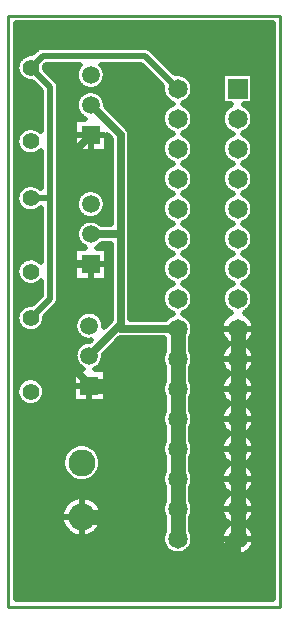
<source format=gbl>
%FSTAX23Y23*%
%MOIN*%
%SFA1B1*%

%IPPOS*%
%ADD10C,0.050000*%
%ADD11C,0.015000*%
%ADD12C,0.010000*%
%ADD13C,0.090000*%
%ADD14C,0.059000*%
%ADD15R,0.059000X0.059000*%
%ADD16C,0.065000*%
%ADD17R,0.065000X0.065000*%
%ADD18C,0.055000*%
%ADD19C,0.020000*%
%ADD20C,0.025000*%
%LNspinn5power-1*%
%LPD*%
G54D10*
X00765Y00827D02*
Y00927D01*
Y00727D02*
Y00827D01*
Y00627D02*
Y00727D01*
Y00527D02*
Y00627D01*
Y00427D02*
Y00527D01*
Y00327D02*
Y00427D01*
Y00227D02*
Y00327D01*
X00565Y00827D02*
Y00927D01*
Y00727D02*
Y00827D01*
Y00627D02*
Y00727D01*
Y00527D02*
Y00627D01*
Y00427D02*
Y00527D01*
Y00327D02*
Y00427D01*
Y00227D02*
Y00327D01*
X00455Y00177D02*
Y003D01*
X00245D02*
X00455D01*
X00275Y00737D02*
X00455D01*
X0068Y00142D02*
X00765Y00227D01*
X0049Y00142D02*
X0068D01*
X00455Y00177D02*
X0049Y00142D01*
X00455Y003D02*
Y00737D01*
G54D11*
X00275Y01772D02*
Y01777D01*
G54D12*
X0Y01969D02*
X00906D01*
Y0D02*
Y01969D01*
X0Y0D02*
X00906D01*
X0D02*
Y01969D01*
G54D13*
X00245Y0048D03*
Y003D03*
G54D14*
X00275Y01772D03*
Y01672D03*
Y01242D03*
Y01342D03*
X0027Y00837D03*
Y00937D03*
G54D15*
X00275Y01572D03*
Y01142D03*
X0027Y00737D03*
G54D16*
X00565Y01627D03*
Y01327D03*
Y01027D03*
Y00727D03*
Y01727D03*
Y01527D03*
Y01427D03*
Y01227D03*
Y01127D03*
Y00927D03*
Y00827D03*
Y00627D03*
X00765Y01527D03*
Y01427D03*
Y01227D03*
Y01127D03*
Y00927D03*
Y00827D03*
Y00627D03*
X00565Y00227D03*
Y00327D03*
Y00427D03*
Y00527D03*
X00765Y00227D03*
Y00327D03*
Y00427D03*
Y00527D03*
Y01627D03*
Y01327D03*
Y01027D03*
Y00727D03*
G54D17*
X00765Y01727D03*
G54D18*
X00075Y01797D03*
Y01552D03*
Y01117D03*
Y01362D03*
Y00717D03*
Y00962D03*
G54D19*
X00817Y01627D02*
D01*
X00816Y0163*
X00816Y01634*
X00815Y01637*
X00814Y01641*
X00813Y01644*
X00812Y01648*
X0081Y01651*
X00809Y01654*
X00807Y01657*
X00804Y0166*
X00802Y01663*
X00799Y01665*
X00797Y01667*
X00794Y0167*
X00791Y01672*
X00787Y01673*
X00787Y01674*
X00781Y01577D02*
D01*
X00784Y01578*
X00787Y01579*
X00791Y01581*
X00794Y01583*
X00797Y01585*
X00799Y01587*
X00802Y0159*
X00805Y01593*
X00807Y01595*
X00809Y01598*
X00811Y01602*
X00812Y01605*
X00814Y01608*
X00815Y01612*
X00816Y01615*
X00816Y01619*
X00817Y01623*
X00817Y01626*
X00817Y01627*
X00781Y01377D02*
D01*
X00784Y01378*
X00787Y01379*
X00791Y01381*
X00794Y01383*
X00797Y01385*
X00799Y01387*
X00802Y0139*
X00805Y01393*
X00807Y01395*
X00809Y01398*
X00811Y01402*
X00812Y01405*
X00814Y01408*
X00815Y01412*
X00816Y01415*
X00816Y01419*
X00817Y01423*
X00817Y01426*
X00817Y01427*
X00743Y01674D02*
D01*
X00739Y01672*
X00736Y0167*
X00733Y01668*
X0073Y01666*
X00727Y01663*
X00725Y0166*
X00723Y01658*
X0072Y01655*
X00718Y01651*
X00717Y01648*
X00715Y01645*
X00714Y01641*
X00713Y01638*
X00712Y01634*
X00712Y0163*
X00712Y01627*
X00712Y01623*
X00712Y01619*
X00713Y01616*
X00713Y01612*
X00714Y01609*
X00716Y01605*
X00717Y01602*
X00719Y01599*
X00721Y01595*
X00723Y01593*
X00726Y0159*
X00728Y01587*
X00731Y01585*
X00734Y01582*
X00737Y0158*
X0074Y01579*
X00744Y01577*
X00747Y01576*
X00749Y01577*
X00817Y01527D02*
D01*
X00816Y0153*
X00816Y01534*
X00815Y01537*
X00814Y01541*
X00813Y01544*
X00812Y01548*
X0081Y01551*
X00809Y01554*
X00807Y01557*
X00804Y0156*
X00802Y01563*
X00799Y01565*
X00797Y01567*
X00794Y0157*
X00791Y01572*
X00787Y01573*
X00784Y01575*
X00781Y01576*
X00781Y01577*
X00749D02*
D01*
X00745Y01575*
X00742Y01574*
X00738Y01572*
X00735Y0157*
X00732Y01568*
X0073Y01566*
X00727Y01563*
X00724Y0156*
X00722Y01558*
X0072Y01555*
X00718Y01551*
X00717Y01548*
X00715Y01545*
X00714Y01541*
X00713Y01538*
X00713Y01534*
X00712Y0153*
X00712Y01527*
X00712Y01523*
X00712Y01519*
X00713Y01516*
X00714Y01512*
X00715Y01509*
X00716Y01505*
X00718Y01502*
X0072Y01499*
X00722Y01496*
X00724Y01493*
X00727Y0149*
X00729Y01488*
X00732Y01485*
X00735Y01483*
X00738Y01481*
X00741Y01479*
X00745Y01478*
X00748Y01477*
X00749Y01477*
X00781D02*
D01*
X00784Y01478*
X00787Y01479*
X00791Y01481*
X00794Y01483*
X00797Y01485*
X00799Y01487*
X00802Y0149*
X00805Y01493*
X00807Y01495*
X00809Y01498*
X00811Y01502*
X00812Y01505*
X00814Y01508*
X00815Y01512*
X00816Y01515*
X00816Y01519*
X00817Y01523*
X00817Y01526*
X00817Y01527*
Y01427D02*
D01*
X00816Y0143*
X00816Y01434*
X00815Y01437*
X00814Y01441*
X00813Y01444*
X00812Y01448*
X0081Y01451*
X00809Y01454*
X00807Y01457*
X00804Y0146*
X00802Y01463*
X00799Y01465*
X00797Y01467*
X00794Y0147*
X00791Y01472*
X00787Y01473*
X00784Y01475*
X00781Y01476*
X00781Y01477*
X00749D02*
D01*
X00745Y01475*
X00742Y01474*
X00738Y01472*
X00735Y0147*
X00732Y01468*
X0073Y01466*
X00727Y01463*
X00724Y0146*
X00722Y01458*
X0072Y01455*
X00718Y01451*
X00717Y01448*
X00715Y01445*
X00714Y01441*
X00713Y01438*
X00713Y01434*
X00712Y0143*
X00712Y01427*
X00712Y01423*
X00712Y01419*
X00713Y01416*
X00714Y01412*
X00715Y01409*
X00716Y01405*
X00718Y01402*
X0072Y01399*
X00722Y01396*
X00724Y01393*
X00727Y0139*
X00729Y01388*
X00732Y01385*
X00735Y01383*
X00738Y01381*
X00741Y01379*
X00745Y01378*
X00748Y01377*
X00749Y01377*
X00781Y01277D02*
D01*
X00784Y01278*
X00787Y01279*
X00791Y01281*
X00794Y01283*
X00797Y01285*
X00799Y01287*
X00802Y0129*
X00805Y01293*
X00807Y01295*
X00809Y01298*
X00811Y01302*
X00812Y01305*
X00814Y01308*
X00815Y01312*
X00816Y01315*
X00816Y01319*
X00817Y01323*
X00817Y01326*
X00817Y01327*
X00781Y01177D02*
D01*
X00784Y01178*
X00787Y01179*
X00791Y01181*
X00794Y01183*
X00797Y01185*
X00799Y01187*
X00802Y0119*
X00805Y01193*
X00807Y01195*
X00809Y01198*
X00811Y01202*
X00812Y01205*
X00814Y01208*
X00815Y01212*
X00816Y01215*
X00816Y01219*
X00817Y01223*
X00817Y01226*
X00817Y01227*
X00788Y0098D02*
D01*
X00791Y00981*
X00794Y00983*
X00797Y00985*
X008Y00988*
X00802Y0099*
X00805Y00993*
X00807Y00996*
X00809Y00999*
X00811Y01002*
X00812Y01005*
X00814Y01009*
X00815Y01012*
X00816Y01016*
X00816Y01019*
X00817Y01023*
X00817Y01027*
Y01327D02*
D01*
X00816Y0133*
X00816Y01334*
X00815Y01337*
X00814Y01341*
X00813Y01344*
X00812Y01348*
X0081Y01351*
X00809Y01354*
X00807Y01357*
X00804Y0136*
X00802Y01363*
X00799Y01365*
X00797Y01367*
X00794Y0137*
X00791Y01372*
X00787Y01373*
X00784Y01375*
X00781Y01376*
X00781Y01377*
X00749D02*
D01*
X00745Y01375*
X00742Y01374*
X00738Y01372*
X00735Y0137*
X00732Y01368*
X0073Y01366*
X00727Y01363*
X00724Y0136*
X00722Y01358*
X0072Y01355*
X00718Y01351*
X00717Y01348*
X00715Y01345*
X00714Y01341*
X00713Y01338*
X00713Y01334*
X00712Y0133*
X00712Y01327*
X00712Y01323*
X00712Y01319*
X00713Y01316*
X00714Y01312*
X00715Y01309*
X00716Y01305*
X00718Y01302*
X0072Y01299*
X00722Y01296*
X00724Y01293*
X00727Y0129*
X00729Y01288*
X00732Y01285*
X00735Y01283*
X00738Y01281*
X00741Y01279*
X00745Y01278*
X00748Y01277*
X00749Y01277*
X00817Y01227D02*
D01*
X00816Y0123*
X00816Y01234*
X00815Y01237*
X00814Y01241*
X00813Y01244*
X00812Y01248*
X0081Y01251*
X00809Y01254*
X00807Y01257*
X00804Y0126*
X00802Y01263*
X00799Y01265*
X00797Y01267*
X00794Y0127*
X00791Y01272*
X00787Y01273*
X00784Y01275*
X00781Y01276*
X00781Y01277*
X00749D02*
D01*
X00745Y01275*
X00742Y01274*
X00738Y01272*
X00735Y0127*
X00732Y01268*
X0073Y01266*
X00727Y01263*
X00724Y0126*
X00722Y01258*
X0072Y01255*
X00718Y01251*
X00717Y01248*
X00715Y01245*
X00714Y01241*
X00713Y01238*
X00713Y01234*
X00712Y0123*
X00712Y01227*
X00712Y01223*
X00712Y01219*
X00713Y01216*
X00714Y01212*
X00715Y01209*
X00716Y01205*
X00718Y01202*
X0072Y01199*
X00722Y01196*
X00724Y01193*
X00727Y0119*
X00729Y01188*
X00732Y01185*
X00735Y01183*
X00738Y01181*
X00741Y01179*
X00745Y01178*
X00748Y01177*
X00749Y01177*
X00781Y01077D02*
D01*
X00784Y01078*
X00787Y01079*
X00791Y01081*
X00794Y01083*
X00797Y01085*
X00799Y01087*
X00802Y0109*
X00805Y01093*
X00807Y01095*
X00809Y01098*
X00811Y01102*
X00812Y01105*
X00814Y01108*
X00815Y01112*
X00816Y01115*
X00816Y01119*
X00817Y01123*
X00817Y01126*
X00817Y01127*
Y01027D02*
D01*
X00816Y0103*
X00816Y01034*
X00815Y01037*
X00814Y01041*
X00813Y01044*
X00812Y01048*
X0081Y01051*
X00809Y01054*
X00807Y01057*
X00804Y0106*
X00802Y01063*
X00799Y01065*
X00797Y01067*
X00794Y0107*
X00791Y01072*
X00787Y01073*
X00784Y01075*
X00781Y01076*
X00781Y01077*
X00817Y01127D02*
D01*
X00816Y0113*
X00816Y01134*
X00815Y01137*
X00814Y01141*
X00813Y01144*
X00812Y01148*
X0081Y01151*
X00809Y01154*
X00807Y01157*
X00804Y0116*
X00802Y01163*
X00799Y01165*
X00797Y01167*
X00794Y0117*
X00791Y01172*
X00787Y01173*
X00784Y01175*
X00781Y01176*
X00781Y01177*
X00749D02*
D01*
X00745Y01175*
X00742Y01174*
X00738Y01172*
X00735Y0117*
X00732Y01168*
X0073Y01166*
X00727Y01163*
X00724Y0116*
X00722Y01158*
X0072Y01155*
X00718Y01151*
X00717Y01148*
X00715Y01145*
X00714Y01141*
X00713Y01138*
X00713Y01134*
X00712Y0113*
X00712Y01127*
X00712Y01123*
X00712Y01119*
X00713Y01116*
X00714Y01112*
X00715Y01109*
X00716Y01105*
X00718Y01102*
X0072Y01099*
X00722Y01096*
X00724Y01093*
X00727Y0109*
X00729Y01088*
X00732Y01085*
X00735Y01083*
X00738Y01081*
X00741Y01079*
X00745Y01078*
X00748Y01077*
X00749Y01077*
D01*
X00745Y01075*
X00742Y01074*
X00738Y01072*
X00735Y0107*
X00732Y01068*
X0073Y01066*
X00727Y01063*
X00724Y0106*
X00722Y01058*
X0072Y01055*
X00718Y01051*
X00717Y01048*
X00715Y01045*
X00714Y01041*
X00713Y01038*
X00713Y01034*
X00712Y0103*
X00712Y01027*
X00712Y01023*
X00712Y01019*
X00713Y01016*
X00714Y01012*
X00715Y01009*
X00716Y01005*
X00718Y01002*
X0072Y00999*
X00722Y00996*
X00724Y00993*
X00727Y0099*
X00729Y00988*
X00732Y00985*
X00735Y00983*
X00738Y00981*
X00741Y00979*
X00742Y0098*
X00617Y01727D02*
D01*
X00616Y0173*
X00616Y01734*
X00615Y01737*
X00614Y01741*
X00613Y01744*
X00612Y01748*
X0061Y01751*
X00609Y01754*
X00607Y01757*
X00604Y0176*
X00602Y01763*
X00599Y01765*
X00597Y01767*
X00594Y0177*
X00591Y01772*
X00587Y01773*
X00584Y01775*
X00581Y01776*
X00577Y01777*
X00574Y01778*
X0057Y01778*
X00566Y01778*
X00563*
X00559Y01778*
X00556Y01779*
X00581Y01677D02*
D01*
X00584Y01678*
X00587Y01679*
X00591Y01681*
X00594Y01683*
X00597Y01685*
X00599Y01687*
X00602Y0169*
X00605Y01693*
X00607Y01695*
X00609Y01698*
X00611Y01702*
X00612Y01705*
X00614Y01708*
X00615Y01712*
X00616Y01715*
X00616Y01719*
X00617Y01723*
X00617Y01726*
X00617Y01727*
X00581Y01577D02*
D01*
X00584Y01578*
X00587Y01579*
X00591Y01581*
X00594Y01583*
X00597Y01585*
X00599Y01587*
X00602Y0159*
X00605Y01593*
X00607Y01595*
X00609Y01598*
X00611Y01602*
X00612Y01605*
X00614Y01608*
X00615Y01612*
X00616Y01615*
X00616Y01619*
X00617Y01623*
X00617Y01626*
X00617Y01627*
D01*
X00616Y0163*
X00616Y01634*
X00615Y01637*
X00614Y01641*
X00613Y01644*
X00612Y01648*
X0061Y01651*
X00609Y01654*
X00607Y01657*
X00604Y0166*
X00602Y01663*
X00599Y01665*
X00597Y01667*
X00594Y0167*
X00591Y01672*
X00587Y01673*
X00584Y01675*
X00581Y01676*
X00581Y01677*
Y01477D02*
D01*
X00584Y01478*
X00587Y01479*
X00591Y01481*
X00594Y01483*
X00597Y01485*
X00599Y01487*
X00602Y0149*
X00605Y01493*
X00607Y01495*
X00609Y01498*
X00611Y01502*
X00612Y01505*
X00614Y01508*
X00615Y01512*
X00616Y01515*
X00616Y01519*
X00617Y01523*
X00617Y01526*
X00617Y01527*
D01*
X00616Y0153*
X00616Y01534*
X00615Y01537*
X00614Y01541*
X00613Y01544*
X00612Y01548*
X0061Y01551*
X00609Y01554*
X00607Y01557*
X00604Y0156*
X00602Y01563*
X00599Y01565*
X00597Y01567*
X00594Y0157*
X00591Y01572*
X00587Y01573*
X00584Y01575*
X00581Y01576*
X00581Y01577*
X00513Y01736D02*
D01*
X00512Y01732*
X00512Y01728*
X00512Y01724*
X00512Y01721*
X00513Y01717*
X00513Y01714*
X00514Y0171*
X00516Y01707*
X00517Y01703*
X00519Y017*
X00521Y01697*
X00523Y01694*
X00525Y01691*
X00528Y01688*
X00531Y01686*
X00534Y01684*
X00537Y01682*
X0054Y0168*
X00543Y01678*
X00547Y01677*
X00549Y01677*
X00476Y01858D02*
D01*
X00474Y01859*
X00472Y0186*
X00471Y01861*
X00469Y01862*
X00467Y01863*
X00465Y01864*
X00463Y01865*
X00461Y01865*
X00459Y01866*
X00457Y01866*
X00455Y01866*
X00455Y01867*
X00476Y01858D02*
D01*
X00474Y01859*
X00472Y0186*
X00471Y01861*
X00469Y01862*
X00467Y01863*
X00465Y01864*
X00463Y01865*
X00461Y01865*
X00459Y01866*
X00457Y01866*
X00455Y01866*
X00455Y01867*
X00549Y01677D02*
D01*
X00545Y01675*
X00542Y01674*
X00538Y01672*
X00535Y0167*
X00532Y01668*
X0053Y01666*
X00527Y01663*
X00524Y0166*
X00522Y01658*
X0052Y01655*
X00518Y01651*
X00517Y01648*
X00515Y01645*
X00514Y01641*
X00513Y01638*
X00513Y01634*
X00512Y0163*
X00512Y01627*
X00512Y01623*
X00512Y01619*
X00513Y01616*
X00514Y01612*
X00515Y01609*
X00516Y01605*
X00518Y01602*
X0052Y01599*
X00522Y01596*
X00524Y01593*
X00527Y0159*
X00529Y01588*
X00532Y01585*
X00535Y01583*
X00538Y01581*
X00541Y01579*
X00545Y01578*
X00548Y01577*
X00549Y01577*
D01*
X00545Y01575*
X00542Y01574*
X00538Y01572*
X00535Y0157*
X00532Y01568*
X0053Y01566*
X00527Y01563*
X00524Y0156*
X00522Y01558*
X0052Y01555*
X00518Y01551*
X00517Y01548*
X00515Y01545*
X00514Y01541*
X00513Y01538*
X00513Y01534*
X00512Y0153*
X00512Y01527*
X00512Y01523*
X00512Y01519*
X00513Y01516*
X00514Y01512*
X00515Y01509*
X00516Y01505*
X00518Y01502*
X0052Y01499*
X00522Y01496*
X00524Y01493*
X00527Y0149*
X00529Y01488*
X00532Y01485*
X00535Y01483*
X00538Y01481*
X00541Y01479*
X00545Y01478*
X00548Y01477*
X00549Y01477*
X00581Y01277D02*
D01*
X00584Y01278*
X00587Y01279*
X00591Y01281*
X00594Y01283*
X00597Y01285*
X00599Y01287*
X00602Y0129*
X00605Y01293*
X00607Y01295*
X00609Y01298*
X00611Y01302*
X00612Y01305*
X00614Y01308*
X00615Y01312*
X00616Y01315*
X00616Y01319*
X00617Y01323*
X00617Y01326*
X00617Y01327*
D01*
X00616Y0133*
X00616Y01334*
X00615Y01337*
X00614Y01341*
X00613Y01344*
X00612Y01348*
X0061Y01351*
X00609Y01354*
X00607Y01357*
X00604Y0136*
X00602Y01363*
X00599Y01365*
X00597Y01367*
X00594Y0137*
X00591Y01372*
X00587Y01373*
X00584Y01375*
X00581Y01376*
X00581Y01377*
Y01177D02*
D01*
X00584Y01178*
X00587Y01179*
X00591Y01181*
X00594Y01183*
X00597Y01185*
X00599Y01187*
X00602Y0119*
X00605Y01193*
X00607Y01195*
X00609Y01198*
X00611Y01202*
X00612Y01205*
X00614Y01208*
X00615Y01212*
X00616Y01215*
X00616Y01219*
X00617Y01223*
X00617Y01226*
X00617Y01227*
Y01427D02*
D01*
X00616Y0143*
X00616Y01434*
X00615Y01437*
X00614Y01441*
X00613Y01444*
X00612Y01448*
X0061Y01451*
X00609Y01454*
X00607Y01457*
X00604Y0146*
X00602Y01463*
X00599Y01465*
X00597Y01467*
X00594Y0147*
X00591Y01472*
X00587Y01473*
X00584Y01475*
X00581Y01476*
X00581Y01477*
Y01377D02*
D01*
X00584Y01378*
X00587Y01379*
X00591Y01381*
X00594Y01383*
X00597Y01385*
X00599Y01387*
X00602Y0139*
X00605Y01393*
X00607Y01395*
X00609Y01398*
X00611Y01402*
X00612Y01405*
X00614Y01408*
X00615Y01412*
X00616Y01415*
X00616Y01419*
X00617Y01423*
X00617Y01426*
X00617Y01427*
X00549Y01477D02*
D01*
X00545Y01475*
X00542Y01474*
X00538Y01472*
X00535Y0147*
X00532Y01468*
X0053Y01466*
X00527Y01463*
X00524Y0146*
X00522Y01458*
X0052Y01455*
X00518Y01451*
X00517Y01448*
X00515Y01445*
X00514Y01441*
X00513Y01438*
X00513Y01434*
X00512Y0143*
X00512Y01427*
X00512Y01423*
X00512Y01419*
X00513Y01416*
X00514Y01412*
X00515Y01409*
X00516Y01405*
X00518Y01402*
X0052Y01399*
X00522Y01396*
X00524Y01393*
X00527Y0139*
X00529Y01388*
X00532Y01385*
X00535Y01383*
X00538Y01381*
X00541Y01379*
X00545Y01378*
X00548Y01377*
X00549Y01377*
D01*
X00545Y01375*
X00542Y01374*
X00538Y01372*
X00535Y0137*
X00532Y01368*
X0053Y01366*
X00527Y01363*
X00524Y0136*
X00522Y01358*
X0052Y01355*
X00518Y01351*
X00517Y01348*
X00515Y01345*
X00514Y01341*
X00513Y01338*
X00513Y01334*
X00512Y0133*
X00512Y01327*
X00512Y01323*
X00512Y01319*
X00513Y01316*
X00514Y01312*
X00515Y01309*
X00516Y01305*
X00518Y01302*
X0052Y01299*
X00522Y01296*
X00524Y01293*
X00527Y0129*
X00529Y01288*
X00532Y01285*
X00535Y01283*
X00538Y01281*
X00541Y01279*
X00545Y01278*
X00548Y01277*
X00549Y01277*
X00617Y01227D02*
D01*
X00616Y0123*
X00616Y01234*
X00615Y01237*
X00614Y01241*
X00613Y01244*
X00612Y01248*
X0061Y01251*
X00609Y01254*
X00607Y01257*
X00604Y0126*
X00602Y01263*
X00599Y01265*
X00597Y01267*
X00594Y0127*
X00591Y01272*
X00587Y01273*
X00584Y01275*
X00581Y01276*
X00581Y01277*
X00617Y01127D02*
D01*
X00616Y0113*
X00616Y01134*
X00615Y01137*
X00614Y01141*
X00613Y01144*
X00612Y01148*
X0061Y01151*
X00609Y01154*
X00607Y01157*
X00604Y0116*
X00602Y01163*
X00599Y01165*
X00597Y01167*
X00594Y0117*
X00591Y01172*
X00587Y01173*
X00584Y01175*
X00581Y01176*
X00581Y01177*
X00549Y01277D02*
D01*
X00545Y01275*
X00542Y01274*
X00538Y01272*
X00535Y0127*
X00532Y01268*
X0053Y01266*
X00527Y01263*
X00524Y0126*
X00522Y01258*
X0052Y01255*
X00518Y01251*
X00517Y01248*
X00515Y01245*
X00514Y01241*
X00513Y01238*
X00513Y01234*
X00512Y0123*
X00512Y01227*
X00512Y01223*
X00512Y01219*
X00513Y01216*
X00514Y01212*
X00515Y01209*
X00516Y01205*
X00518Y01202*
X0052Y01199*
X00522Y01196*
X00524Y01193*
X00527Y0119*
X00529Y01188*
X00532Y01185*
X00535Y01183*
X00538Y01181*
X00541Y01179*
X00545Y01178*
X00548Y01177*
X00549Y01177*
X00581Y01077D02*
D01*
X00584Y01078*
X00587Y01079*
X00591Y01081*
X00594Y01083*
X00597Y01085*
X00599Y01087*
X00602Y0109*
X00605Y01093*
X00607Y01095*
X00609Y01098*
X00611Y01102*
X00612Y01105*
X00614Y01108*
X00615Y01112*
X00616Y01115*
X00616Y01119*
X00617Y01123*
X00617Y01126*
X00617Y01127*
Y01027D02*
D01*
X00616Y0103*
X00616Y01034*
X00615Y01037*
X00614Y01041*
X00613Y01044*
X00612Y01048*
X0061Y01051*
X00609Y01054*
X00607Y01057*
X00604Y0106*
X00602Y01063*
X00599Y01065*
X00597Y01067*
X00594Y0107*
X00591Y01072*
X00587Y01073*
X00584Y01075*
X00581Y01076*
X00581Y01077*
X00549Y01177D02*
D01*
X00545Y01175*
X00542Y01174*
X00538Y01172*
X00535Y0117*
X00532Y01168*
X0053Y01166*
X00527Y01163*
X00524Y0116*
X00522Y01158*
X0052Y01155*
X00518Y01151*
X00517Y01148*
X00515Y01145*
X00514Y01141*
X00513Y01138*
X00513Y01134*
X00512Y0113*
X00512Y01127*
X00512Y01123*
X00512Y01119*
X00513Y01116*
X00514Y01112*
X00515Y01109*
X00516Y01105*
X00518Y01102*
X0052Y01099*
X00522Y01096*
X00524Y01093*
X00527Y0109*
X00529Y01088*
X00532Y01085*
X00535Y01083*
X00538Y01081*
X00541Y01079*
X00545Y01078*
X00548Y01077*
X00549Y01077*
D01*
X00545Y01075*
X00542Y01074*
X00538Y01072*
X00535Y0107*
X00532Y01068*
X0053Y01066*
X00527Y01063*
X00524Y0106*
X00522Y01058*
X0052Y01055*
X00518Y01051*
X00517Y01048*
X00515Y01045*
X00514Y01041*
X00513Y01038*
X00513Y01034*
X00512Y0103*
X00512Y01027*
X00512Y01023*
X00512Y01019*
X00513Y01016*
X00514Y01012*
X00515Y01009*
X00516Y01005*
X00518Y01002*
X0052Y00999*
X00522Y00996*
X00524Y00993*
X00527Y0099*
X00529Y00988*
X00532Y00985*
X00535Y00983*
X00538Y00981*
X00541Y00979*
X00545Y00978*
X00548Y00977*
X00549Y00977*
X00581D02*
D01*
X00584Y00978*
X00587Y00979*
X00591Y00981*
X00594Y00983*
X00597Y00985*
X00599Y00987*
X00602Y0099*
X00605Y00993*
X00607Y00995*
X00609Y00998*
X00611Y01002*
X00612Y01005*
X00614Y01008*
X00615Y01012*
X00616Y01015*
X00616Y01019*
X00617Y01023*
X00617Y01026*
X00617Y01027*
X00549Y00977D02*
D01*
X00545Y00975*
X00542Y00974*
X00538Y00972*
X00535Y0097*
X00532Y00968*
X0053Y00966*
X00527Y00963*
X00524Y0096*
X00524Y00959*
X00822Y00827D02*
D01*
X00821Y0083*
X00821Y00834*
X0082Y00838*
X00819Y00842*
X00818Y00846*
X00817Y0085*
X00815Y00853*
X00813Y00857*
X00811Y0086*
X00808Y00863*
X00806Y00866*
X00803Y00869*
X008Y00871*
X00796Y00874*
X00793Y00876*
X00793Y00877*
X00822Y00927D02*
D01*
X00821Y0093*
X00821Y00934*
X0082Y00938*
X00819Y00942*
X00818Y00946*
X00817Y0095*
X00815Y00953*
X00813Y00957*
X00811Y0096*
X00808Y00963*
X00806Y00966*
X00803Y00969*
X008Y00971*
X00796Y00974*
X00793Y00976*
X00789Y00978*
X00788Y0098*
X00793Y00877D02*
D01*
X00796Y00879*
X00799Y00881*
X00802Y00883*
X00805Y00886*
X00808Y00889*
X0081Y00892*
X00813Y00895*
X00815Y00899*
X00817Y00903*
X00818Y00906*
X00819Y0091*
X0082Y00914*
X00821Y00918*
X00822Y00922*
X00822Y00926*
X00822Y00927*
X00793Y00777D02*
D01*
X00796Y00779*
X00799Y00781*
X00802Y00783*
X00805Y00786*
X00808Y00789*
X0081Y00792*
X00813Y00795*
X00815Y00799*
X00817Y00803*
X00818Y00806*
X00819Y0081*
X0082Y00814*
X00821Y00818*
X00822Y00822*
X00822Y00826*
X00822Y00827*
X00742Y0098D02*
D01*
X00738Y00978*
X00734Y00976*
X00731Y00974*
X00728Y00971*
X00725Y00968*
X00722Y00966*
X00719Y00962*
X00717Y00959*
X00715Y00956*
X00713Y00952*
X00711Y00949*
X0071Y00945*
X00709Y00941*
X00708Y00937*
X00707Y00933*
X00707Y00929*
X00707Y00925*
X00707Y00921*
X00708Y00917*
X00708Y00913*
X00709Y00909*
X00711Y00905*
X00712Y00902*
X00714Y00898*
X00716Y00895*
X00719Y00891*
X00721Y00888*
X00724Y00885*
X00727Y00883*
X0073Y0088*
X00733Y00878*
X00737Y00877*
X00822Y00727D02*
D01*
X00821Y0073*
X00821Y00734*
X0082Y00738*
X00819Y00742*
X00818Y00746*
X00817Y0075*
X00815Y00753*
X00813Y00757*
X00811Y0076*
X00808Y00763*
X00806Y00766*
X00803Y00769*
X008Y00771*
X00796Y00774*
X00793Y00776*
X00793Y00777*
Y00677D02*
D01*
X00796Y00679*
X00799Y00681*
X00802Y00683*
X00805Y00686*
X00808Y00689*
X0081Y00692*
X00813Y00695*
X00815Y00699*
X00817Y00703*
X00818Y00706*
X00819Y0071*
X0082Y00714*
X00821Y00718*
X00822Y00722*
X00822Y00726*
X00822Y00727*
X00793Y00577D02*
D01*
X00796Y00579*
X00799Y00581*
X00802Y00583*
X00805Y00586*
X00808Y00589*
X0081Y00592*
X00813Y00595*
X00815Y00599*
X00817Y00603*
X00818Y00606*
X00819Y0061*
X0082Y00614*
X00821Y00618*
X00822Y00622*
X00822Y00626*
X00822Y00627*
D01*
X00821Y0063*
X00821Y00634*
X0082Y00638*
X00819Y00642*
X00818Y00646*
X00817Y0065*
X00815Y00653*
X00813Y00657*
X00811Y0066*
X00808Y00663*
X00806Y00666*
X00803Y00669*
X008Y00671*
X00796Y00674*
X00793Y00676*
X00793Y00677*
X00737D02*
D01*
X00733Y00674*
X0073Y00672*
X00727Y0067*
X00724Y00667*
X00721Y00664*
X00719Y00661*
X00716Y00658*
X00714Y00654*
X00712Y0065*
X00711Y00647*
X0071Y00643*
X00709Y00639*
X00708Y00635*
X00707Y00631*
X00707Y00627*
X00707Y00623*
X00708Y00619*
X00708Y00615*
X00709Y00611*
X0071Y00608*
X00712Y00604*
X00714Y006*
X00716Y00597*
X00718Y00593*
X0072Y0059*
X00723Y00587*
X00726Y00584*
X00729Y00582*
X00732Y00579*
X00735Y00577*
X00737Y00577*
X00822Y00527D02*
D01*
X00821Y0053*
X00821Y00534*
X0082Y00538*
X00819Y00542*
X00818Y00546*
X00817Y0055*
X00815Y00553*
X00813Y00557*
X00811Y0056*
X00808Y00563*
X00806Y00566*
X00803Y00569*
X008Y00571*
X00796Y00574*
X00793Y00576*
X00793Y00577*
Y00477D02*
D01*
X00796Y00479*
X00799Y00481*
X00802Y00483*
X00805Y00486*
X00808Y00489*
X0081Y00492*
X00813Y00495*
X00815Y00499*
X00817Y00503*
X00818Y00506*
X00819Y0051*
X0082Y00514*
X00821Y00518*
X00822Y00522*
X00822Y00526*
X00822Y00527*
Y00427D02*
D01*
X00821Y0043*
X00821Y00434*
X0082Y00438*
X00819Y00442*
X00818Y00446*
X00817Y0045*
X00815Y00453*
X00813Y00457*
X00811Y0046*
X00808Y00463*
X00806Y00466*
X00803Y00469*
X008Y00471*
X00796Y00474*
X00793Y00476*
X00793Y00477*
Y00377D02*
D01*
X00796Y00379*
X00799Y00381*
X00802Y00383*
X00805Y00386*
X00808Y00389*
X0081Y00392*
X00813Y00395*
X00815Y00399*
X00817Y00403*
X00818Y00406*
X00819Y0041*
X0082Y00414*
X00821Y00418*
X00822Y00422*
X00822Y00426*
X00822Y00427*
Y00327D02*
D01*
X00821Y0033*
X00821Y00334*
X0082Y00338*
X00819Y00342*
X00818Y00346*
X00817Y0035*
X00815Y00353*
X00813Y00357*
X00811Y0036*
X00808Y00363*
X00806Y00366*
X00803Y00369*
X008Y00371*
X00796Y00374*
X00793Y00376*
X00793Y00377*
X00737Y00477D02*
D01*
X00733Y00474*
X0073Y00472*
X00727Y0047*
X00724Y00467*
X00721Y00464*
X00719Y00461*
X00716Y00458*
X00714Y00454*
X00712Y0045*
X00711Y00447*
X0071Y00443*
X00709Y00439*
X00708Y00435*
X00707Y00431*
X00707Y00427*
X00707Y00423*
X00708Y00419*
X00708Y00415*
X00709Y00411*
X0071Y00408*
X00712Y00404*
X00714Y004*
X00716Y00397*
X00718Y00393*
X0072Y0039*
X00723Y00387*
X00726Y00384*
X00729Y00382*
X00732Y00379*
X00735Y00377*
X00737Y00377*
X00793Y00277D02*
D01*
X00796Y00279*
X00799Y00281*
X00802Y00283*
X00805Y00286*
X00808Y00289*
X0081Y00292*
X00813Y00295*
X00815Y00299*
X00817Y00303*
X00818Y00306*
X00819Y0031*
X0082Y00314*
X00821Y00318*
X00822Y00322*
X00822Y00326*
X00822Y00327*
Y00227D02*
D01*
X00821Y0023*
X00821Y00234*
X0082Y00238*
X00819Y00242*
X00818Y00246*
X00817Y0025*
X00815Y00253*
X00813Y00257*
X00811Y0026*
X00808Y00263*
X00806Y00266*
X00803Y00269*
X008Y00271*
X00796Y00274*
X00793Y00276*
X00793Y00277*
X00737D02*
D01*
X00733Y00274*
X0073Y00272*
X00727Y0027*
X00724Y00267*
X00721Y00264*
X00719Y00261*
X00716Y00258*
X00714Y00254*
X00712Y0025*
X00711Y00247*
X0071Y00243*
X00709Y00239*
X00708Y00235*
X00707Y00231*
X00707Y00227*
X00707Y00223*
X00708Y00219*
X00708Y00215*
X00709Y00211*
X0071Y00208*
X00712Y00204*
X00714Y002*
X00716Y00197*
X00718Y00193*
X0072Y0019*
X00723Y00187*
X00726Y00184*
X00729Y00182*
X00732Y00179*
X00735Y00177*
X00739Y00175*
X00742Y00174*
X00746Y00172*
X0075Y00171*
X00754Y0017*
X00758Y0017*
X00762Y00169*
X00766Y00169*
X0077Y00169*
X00774Y0017*
X00778Y00171*
X00781Y00172*
X00785Y00173*
X00789Y00175*
X00793Y00177*
X00796Y00179*
X00799Y00181*
X00802Y00183*
X00805Y00186*
X00808Y00189*
X0081Y00192*
X00813Y00195*
X00815Y00199*
X00817Y00203*
X00818Y00206*
X00819Y0021*
X0082Y00214*
X00821Y00218*
X00822Y00222*
X00822Y00226*
X00822Y00227*
X00737Y00377D02*
D01*
X00733Y00374*
X0073Y00372*
X00727Y0037*
X00724Y00367*
X00721Y00364*
X00719Y00361*
X00716Y00358*
X00714Y00354*
X00712Y0035*
X00711Y00347*
X0071Y00343*
X00709Y00339*
X00708Y00335*
X00707Y00331*
X00707Y00327*
X00707Y00323*
X00708Y00319*
X00708Y00315*
X00709Y00311*
X0071Y00308*
X00712Y00304*
X00714Y003*
X00716Y00297*
X00718Y00293*
X0072Y0029*
X00723Y00287*
X00726Y00284*
X00729Y00282*
X00732Y00279*
X00735Y00277*
X00737Y00277*
Y00877D02*
D01*
X00733Y00874*
X0073Y00872*
X00727Y0087*
X00724Y00867*
X00721Y00864*
X00719Y00861*
X00716Y00858*
X00714Y00854*
X00712Y0085*
X00711Y00847*
X0071Y00843*
X00709Y00839*
X00708Y00835*
X00707Y00831*
X00707Y00827*
X00707Y00823*
X00708Y00819*
X00708Y00815*
X00709Y00811*
X0071Y00808*
X00712Y00804*
X00714Y008*
X00716Y00797*
X00718Y00793*
X0072Y0079*
X00723Y00787*
X00726Y00784*
X00729Y00782*
X00732Y00779*
X00735Y00777*
X00737Y00777*
X0061Y009D02*
D01*
X00611Y00903*
X00613Y00906*
X00614Y00909*
X00615Y00913*
X00616Y00917*
X00617Y0092*
X00617Y00924*
X00617Y00927*
Y00827D02*
D01*
X00616Y0083*
X00616Y00834*
X00615Y00837*
X00614Y00841*
X00613Y00844*
X00612Y00848*
X0061Y00851*
X0061Y00854*
X00737Y00777D02*
D01*
X00733Y00774*
X0073Y00772*
X00727Y0077*
X00724Y00767*
X00721Y00764*
X00719Y00761*
X00716Y00758*
X00714Y00754*
X00712Y0075*
X00711Y00747*
X0071Y00743*
X00709Y00739*
X00708Y00735*
X00707Y00731*
X00707Y00727*
X00707Y00723*
X00708Y00719*
X00708Y00715*
X00709Y00711*
X0071Y00708*
X00712Y00704*
X00714Y007*
X00716Y00697*
X00718Y00693*
X0072Y0069*
X00723Y00687*
X00726Y00684*
X00729Y00682*
X00732Y00679*
X00735Y00677*
X00737Y00677*
X00617Y00627D02*
D01*
X00616Y0063*
X00616Y00634*
X00615Y00637*
X00614Y00641*
X00613Y00644*
X00612Y00648*
X0061Y00651*
X0061Y00654*
Y006D02*
D01*
X00611Y00603*
X00613Y00606*
X00614Y00609*
X00615Y00613*
X00616Y00617*
X00617Y0062*
X00617Y00624*
X00617Y00627*
X0061Y008D02*
D01*
X00611Y00803*
X00613Y00806*
X00614Y00809*
X00615Y00813*
X00616Y00817*
X00617Y0082*
X00617Y00824*
X00617Y00827*
Y00927D02*
D01*
X00616Y0093*
X00616Y00934*
X00615Y00937*
X00614Y00941*
X00613Y00944*
X00612Y00948*
X0061Y00951*
X00609Y00954*
X00607Y00957*
X00604Y0096*
X00602Y00963*
X00599Y00965*
X00597Y00967*
X00594Y0097*
X00591Y00972*
X00587Y00973*
X00584Y00975*
X00581Y00976*
X00581Y00977*
X0052Y00854D02*
D01*
X00518Y0085*
X00516Y00847*
X00515Y00844*
X00514Y0084*
X00513Y00836*
X00512Y00833*
X00512Y00829*
X00512Y00826*
X00512Y00822*
X00513Y00818*
X00513Y00815*
X00514Y00811*
X00516Y00808*
X00517Y00804*
X00519Y00801*
X0052Y008*
X00617Y00727D02*
D01*
X00616Y0073*
X00616Y00734*
X00615Y00737*
X00614Y00741*
X00613Y00744*
X00612Y00748*
X0061Y00751*
X0061Y00754*
Y007D02*
D01*
X00611Y00703*
X00613Y00706*
X00614Y00709*
X00615Y00713*
X00616Y00717*
X00617Y0072*
X00617Y00724*
X00617Y00727*
X0052Y00754D02*
D01*
X00518Y0075*
X00516Y00747*
X00515Y00744*
X00514Y0074*
X00513Y00736*
X00512Y00733*
X00512Y00729*
X00512Y00726*
X00512Y00722*
X00513Y00718*
X00513Y00715*
X00514Y00711*
X00516Y00708*
X00517Y00704*
X00519Y00701*
X0052Y007*
Y00654D02*
D01*
X00518Y0065*
X00516Y00647*
X00515Y00644*
X00514Y0064*
X00513Y00636*
X00512Y00633*
X00512Y00629*
X00512Y00626*
X00512Y00622*
X00513Y00618*
X00513Y00615*
X00514Y00611*
X00516Y00608*
X00517Y00604*
X00519Y00601*
X0052Y006*
X00737Y00577D02*
D01*
X00733Y00574*
X0073Y00572*
X00727Y0057*
X00724Y00567*
X00721Y00564*
X00719Y00561*
X00716Y00558*
X00714Y00554*
X00712Y0055*
X00711Y00547*
X0071Y00543*
X00709Y00539*
X00708Y00535*
X00707Y00531*
X00707Y00527*
X00707Y00523*
X00708Y00519*
X00708Y00515*
X00709Y00511*
X0071Y00508*
X00712Y00504*
X00714Y005*
X00716Y00497*
X00718Y00493*
X0072Y0049*
X00723Y00487*
X00726Y00484*
X00729Y00482*
X00732Y00479*
X00735Y00477*
X00737Y00477*
X00617Y00527D02*
D01*
X00616Y0053*
X00616Y00534*
X00615Y00537*
X00614Y00541*
X00613Y00544*
X00612Y00548*
X0061Y00551*
X0061Y00554*
Y005D02*
D01*
X00611Y00503*
X00613Y00506*
X00614Y00509*
X00615Y00513*
X00616Y00517*
X00617Y0052*
X00617Y00524*
X00617Y00527*
X0061Y004D02*
D01*
X00611Y00403*
X00613Y00406*
X00614Y00409*
X00615Y00413*
X00616Y00417*
X00617Y0042*
X00617Y00424*
X00617Y00427*
D01*
X00616Y0043*
X00616Y00434*
X00615Y00437*
X00614Y00441*
X00613Y00444*
X00612Y00448*
X0061Y00451*
X0061Y00454*
X0052Y00554D02*
D01*
X00518Y0055*
X00516Y00547*
X00515Y00544*
X00514Y0054*
X00513Y00536*
X00512Y00533*
X00512Y00529*
X00512Y00526*
X00512Y00522*
X00513Y00518*
X00513Y00515*
X00514Y00511*
X00516Y00508*
X00517Y00504*
X00519Y00501*
X0052Y005*
X00617Y00327D02*
D01*
X00616Y0033*
X00616Y00334*
X00615Y00337*
X00614Y00341*
X00613Y00344*
X00612Y00348*
X0061Y00351*
X0061Y00354*
Y003D02*
D01*
X00611Y00303*
X00613Y00306*
X00614Y00309*
X00615Y00313*
X00616Y00317*
X00617Y0032*
X00617Y00324*
X00617Y00327*
X0052Y00454D02*
D01*
X00518Y0045*
X00516Y00447*
X00515Y00444*
X00514Y0044*
X00513Y00436*
X00512Y00433*
X00512Y00429*
X00512Y00426*
X00512Y00422*
X00513Y00418*
X00513Y00415*
X00514Y00411*
X00516Y00408*
X00517Y00404*
X00519Y00401*
X0052Y004*
Y00354D02*
D01*
X00518Y0035*
X00516Y00347*
X00515Y00344*
X00514Y0034*
X00513Y00336*
X00512Y00333*
X00512Y00329*
X00512Y00326*
X00512Y00322*
X00513Y00318*
X00513Y00315*
X00514Y00311*
X00516Y00308*
X00517Y00304*
X00519Y00301*
X0052Y003*
X00617Y00227D02*
D01*
X00616Y0023*
X00616Y00234*
X00615Y00237*
X00614Y00241*
X00613Y00244*
X00612Y00248*
X0061Y00251*
X0061Y00254*
X0052D02*
D01*
X00518Y0025*
X00516Y00247*
X00515Y00244*
X00514Y0024*
X00513Y00236*
X00512Y00233*
X00512Y00229*
X00512Y00226*
X00512Y00222*
X00513Y00218*
X00513Y00215*
X00514Y00211*
X00516Y00208*
X00517Y00204*
X00519Y00201*
X00521Y00198*
X00523Y00195*
X00525Y00192*
X00527Y00189*
X0053Y00187*
X00533Y00185*
X00536Y00182*
X00539Y00181*
X00542Y00179*
X00546Y00177*
X00549Y00176*
X00553Y00175*
X00556Y00175*
X0056Y00174*
X00564Y00174*
X00567Y00174*
X00571Y00174*
X00575Y00175*
X00578Y00176*
X00582Y00177*
X00585Y00178*
X00588Y0018*
X00592Y00182*
X00595Y00184*
X00598Y00186*
X006Y00188*
X00603Y00191*
X00605Y00193*
X00608Y00196*
X0061Y002*
X00611Y00203*
X00613Y00206*
X00614Y00209*
X00615Y00213*
X00616Y00217*
X00617Y0022*
X00617Y00224*
X00617Y00227*
X00324Y01668D02*
D01*
X00324Y01671*
X00325Y01672*
X00407Y01572D02*
D01*
X00406Y01574*
X00406Y01576*
X00406Y01578*
X00405Y0158*
X00405Y01582*
X00404Y01585*
X00403Y01587*
X00402Y01588*
X004Y0159*
X00399Y01592*
X00398Y01594*
X00398Y01595*
X00407Y01572D02*
D01*
X00406Y01574*
X00406Y01576*
X00406Y01578*
X00405Y0158*
X00405Y01582*
X00404Y01585*
X00403Y01587*
X00402Y01588*
X004Y0159*
X00399Y01592*
X00398Y01594*
X00398Y01595*
X00325Y01772D02*
D01*
X00324Y01775*
X00324Y01778*
X00323Y01782*
X00323Y01785*
X00321Y01789*
X0032Y01792*
X00319Y01795*
X00317Y01798*
X00315Y01801*
X00313Y01804*
X0031Y01806*
X0031Y01807*
X0024D02*
D01*
X00237Y01804*
X00235Y01801*
X00233Y01798*
X00231Y01795*
X0023Y01792*
X00228Y01789*
X00227Y01786*
X00226Y01783*
X00226Y01779*
X00225Y01776*
X00225Y01772*
X00225Y01769*
X00225Y01765*
X00226Y01762*
X00227Y01759*
X00228Y01755*
X00229Y01752*
X0023Y01749*
X00232Y01746*
X00234Y01743*
X00236Y0174*
X00238Y01738*
X00241Y01735*
X00243Y01733*
X00246Y01731*
X00249Y01729*
X00252Y01727*
X00255Y01726*
X00258Y01725*
X00262Y01724*
X00265Y01723*
X00268Y01722*
X00272Y01722*
X00275Y01722*
X00279Y01722*
X00282Y01723*
X00286Y01723*
X00289Y01724*
X00292Y01725*
X00295Y01727*
X00298Y01728*
X00301Y0173*
X00304Y01732*
X00307Y01734*
X0031Y01737*
X00312Y01739*
X00314Y01742*
X00316Y01745*
X00318Y01748*
X00319Y01751*
X00321Y01754*
X00322Y01757*
X00323Y0176*
X00323Y01764*
X00324Y01767*
X00324Y01771*
X00325Y01772*
Y01672D02*
D01*
X00324Y01675*
X00324Y01678*
X00323Y01682*
X00323Y01685*
X00321Y01689*
X0032Y01692*
X00319Y01695*
X00317Y01698*
X00315Y01701*
X00313Y01704*
X0031Y01706*
X00308Y01709*
X00305Y01711*
X00302Y01713*
X003Y01715*
X00296Y01716*
X00293Y01718*
X0029Y01719*
X00287Y0172*
X00283Y01721*
X0028Y01721*
X00276Y01721*
X00273*
X00269Y01721*
X00266Y01721*
X00262Y0172*
X00259Y01719*
X00256Y01718*
X00253Y01716*
X00249Y01715*
X00247Y01713*
X00244Y01711*
X00241Y01709*
X00239Y01706*
X00236Y01704*
X00234Y01701*
X00232Y01698*
X0023Y01695*
X00229Y01692*
X00228Y01689*
X00226Y01685*
X00226Y01682*
X00225Y01678*
X00225Y01675*
X00225Y01671*
X00225Y01668*
X00225Y01665*
X00226Y01661*
X00226Y01658*
X00228Y01654*
X00229Y01651*
X0023Y01648*
X00232Y01645*
X00234Y01642*
X00236Y01639*
X00239Y01637*
X00241Y01634*
X00244Y01632*
X00247Y0163*
X0025Y01628*
X00253Y01627*
X00255Y01626*
X00325Y01342D02*
D01*
X00324Y01345*
X00324Y01348*
X00323Y01352*
X00323Y01355*
X00321Y01359*
X0032Y01362*
X00319Y01365*
X00317Y01368*
X00315Y01371*
X00313Y01374*
X0031Y01376*
X00308Y01379*
X00305Y01381*
X00302Y01383*
X003Y01385*
X00296Y01386*
X00293Y01388*
X0029Y01389*
X00287Y0139*
X00283Y01391*
X0028Y01391*
X00276Y01391*
X00273*
X00269Y01391*
X00266Y01391*
X00262Y0139*
X00259Y01389*
X00256Y01388*
X00253Y01386*
X00249Y01385*
X00247Y01383*
X00244Y01381*
X00241Y01379*
X00239Y01376*
X00236Y01374*
X00234Y01371*
X00232Y01368*
X0023Y01365*
X00229Y01362*
X00228Y01359*
X00226Y01355*
X00226Y01352*
X00225Y01348*
X00225Y01345*
X00225Y01342*
X00225Y01338*
X00225Y01335*
X00226Y01331*
X00226Y01328*
X00228Y01324*
X00229Y01321*
X0023Y01318*
X00232Y01315*
X00234Y01312*
X00236Y01309*
X00239Y01307*
X00241Y01304*
X00244Y01302*
X00247Y013*
X0025Y01298*
X00253Y01297*
X00256Y01295*
X00259Y01294*
X00262Y01293*
X00266Y01292*
X00269Y01292*
X00273Y01292*
X00276*
X0028Y01292*
X00283Y01292*
X00287Y01293*
X0029Y01294*
X00293Y01295*
X00296Y01297*
X003Y01298*
X00302Y013*
X00305Y01302*
X00308Y01304*
X0031Y01307*
X00313Y01309*
X00315Y01312*
X00317Y01315*
X00319Y01318*
X0032Y01321*
X00321Y01324*
X00323Y01328*
X00323Y01331*
X00324Y01335*
X00324Y01338*
X00325Y01342*
X00312Y01274D02*
D01*
X00309Y01276*
X00307Y01278*
X00304Y0128*
X00301Y01282*
X00298Y01284*
X00295Y01286*
X00292Y01287*
X00289Y01288*
X00286Y01289*
X00282Y0129*
X00279Y0129*
X00275Y0129*
X00272Y0129*
X00269Y0129*
X00265Y0129*
X00262Y01289*
X00259Y01288*
X00255Y01287*
X00252Y01285*
X00249Y01283*
X00247Y01282*
X00244Y0128*
X00241Y01277*
X00239Y01275*
X00237Y01272*
X00234Y0127*
X00233Y01267*
X00231Y01264*
X0023Y01261*
X00228Y01258*
X00227Y01254*
X00227Y01251*
X00226Y01248*
X00226Y01244*
X00226Y01241*
X00226Y01237*
X00226Y01234*
X00227Y01231*
X00228Y01227*
X00229Y01224*
X0023Y01221*
X00232Y01218*
X00233Y01215*
X00235Y01212*
X00238Y01209*
X0024Y01207*
X00242Y01205*
X00245Y01203*
X00248Y01201*
X00251Y01199*
X00254Y01197*
X00255Y01196*
X00295D02*
D01*
X00298Y01197*
X00301Y01199*
X00303Y01201*
X00306Y01203*
X00309Y01205*
X00311Y01208*
X00312Y01209*
X00123Y01797D02*
D01*
X00122Y018*
X00122Y01802*
Y01792D02*
D01*
X00122Y01795*
X00123Y01797*
X0017Y01732D02*
D01*
X00169Y01734*
X00169Y01736*
X00169Y01738*
X00168Y0174*
X00168Y01742*
X00167Y01744*
X00166Y01746*
X00165Y01747*
X00164Y01749*
X00162Y01751*
X00161Y01752*
X00161Y01753*
X0017Y01732D02*
D01*
X00169Y01734*
X00169Y01736*
X00169Y01738*
X00168Y0174*
X00168Y01742*
X00167Y01744*
X00166Y01746*
X00165Y01747*
X00164Y01749*
X00162Y01751*
X00161Y01752*
X00161Y01753*
X00115Y01867D02*
D01*
X00112Y01866*
X0011Y01866*
X00108Y01866*
X00106Y01865*
X00104Y01865*
X00102Y01864*
X001Y01863*
X00099Y01862*
X00097Y01861*
X00095Y01859*
X00094Y01858*
X00094Y01858*
X00115Y01867D02*
D01*
X00112Y01866*
X0011Y01866*
X00108Y01866*
X00106Y01865*
X00104Y01865*
X00102Y01864*
X001Y01863*
X00099Y01862*
X00097Y01861*
X00095Y01859*
X00094Y01858*
X00094Y01858*
X0008Y01844D02*
D01*
X00076Y01844*
X00073Y01844*
X0007Y01844*
X00066Y01843*
X00063Y01842*
X0006Y01841*
X00057Y0184*
X00054Y01839*
X00051Y01837*
X00048Y01836*
X00045Y01834*
X00043Y01832*
X00041Y01829*
X00038Y01827*
X00036Y01824*
X00034Y01822*
X00033Y01819*
X00031Y01816*
X0003Y01813*
X00029Y0181*
X00028Y01806*
X00028Y01803*
X00027Y018*
X00027Y01797*
X00027Y01793*
X00028Y0179*
X00028Y01787*
X00029Y01784*
X0003Y0178*
X00031Y01777*
X00033Y01774*
X00034Y01772*
X00036Y01769*
X00038Y01766*
X0004Y01764*
X00043Y01761*
X00045Y01759*
X00048Y01757*
X00051Y01756*
X00054Y01754*
X00057Y01753*
X0006Y01752*
X00063Y01751*
X00066Y0175*
X0007Y0175*
X00073Y01749*
X00076Y01749*
X00079Y01749*
X0008Y0175*
X0011Y01584D02*
D01*
X00107Y01586*
X00105Y01588*
X00102Y0159*
X00099Y01592*
X00096Y01594*
X00093Y01595*
X0009Y01596*
X00087Y01597*
X00084Y01598*
X00081Y01599*
X00077Y01599*
X00074Y01599*
X00071Y01599*
X00068Y01598*
X00064Y01598*
X00061Y01597*
X00058Y01596*
X00055Y01595*
X00052Y01593*
X00049Y01592*
X00046Y0159*
X00044Y01588*
X00041Y01585*
X00039Y01583*
X00037Y0158*
X00035Y01578*
X00033Y01575*
X00032Y01572*
X0003Y01569*
X00029Y01566*
X00028Y01563*
X00028Y01559*
X00027Y01556*
X00027Y01553*
X00027Y01549*
X00027Y01546*
X00028Y01543*
X00029Y0154*
X0003Y01537*
X00031Y01533*
X00032Y0153*
X00034Y01527*
X00035Y01525*
X00037Y01522*
X0004Y01519*
X00042Y01517*
X00044Y01515*
X00047Y01513*
X0005Y01511*
X00053Y01509*
X00056Y01508*
X00059Y01507*
X00062Y01506*
X00065Y01505*
X00068Y01504*
X00072Y01504*
X00075Y01504*
X00078Y01504*
X00081Y01505*
X00085Y01505*
X00088Y01506*
X00091Y01507*
X00094Y01508*
X00097Y0151*
X001Y01511*
X00103Y01513*
X00105Y01515*
X00108Y01518*
X0011Y0152*
Y01394D02*
D01*
X00107Y01396*
X00105Y01398*
X00102Y014*
X00099Y01402*
X00096Y01404*
X00093Y01405*
X0009Y01406*
X00087Y01407*
X00084Y01408*
X00081Y01409*
X00077Y01409*
X00074Y01409*
X00071Y01409*
X00068Y01408*
X00064Y01408*
X00061Y01407*
X00058Y01406*
X00055Y01405*
X00052Y01403*
X00049Y01402*
X00046Y014*
X00044Y01398*
X00041Y01395*
X00039Y01393*
X00037Y0139*
X00035Y01388*
X00033Y01385*
X00032Y01382*
X0003Y01379*
X00029Y01376*
X00028Y01373*
X00028Y01369*
X00027Y01366*
X00027Y01363*
X00027Y01359*
X00027Y01356*
X00028Y01353*
X00029Y0135*
X0003Y01347*
X00031Y01343*
X00032Y0134*
X00034Y01337*
X00035Y01335*
X00037Y01332*
X0004Y01329*
X00042Y01327*
X00044Y01325*
X00047Y01323*
X0005Y01321*
X00053Y01319*
X00056Y01318*
X00059Y01317*
X00062Y01316*
X00065Y01315*
X00068Y01314*
X00072Y01314*
X00075Y01314*
X00078Y01314*
X00081Y01315*
X00085Y01315*
X00088Y01316*
X00091Y01317*
X00094Y01318*
X00097Y0132*
X001Y01321*
X00103Y01323*
X00105Y01325*
X00108Y01328*
X0011Y0133*
X00319Y00932D02*
D01*
X00319Y00935*
X0032Y00937*
D01*
X00319Y0094*
X00319Y00943*
X00318Y00947*
X00318Y0095*
X00316Y00954*
X00315Y00957*
X00314Y0096*
X00312Y00963*
X0031Y00966*
X00308Y00969*
X00305Y00971*
X00303Y00974*
X003Y00976*
X00297Y00978*
X00295Y0098*
X00291Y00981*
X00288Y00983*
X00285Y00984*
X00282Y00985*
X00278Y00986*
X00275Y00986*
X00271Y00986*
X00268*
X00264Y00986*
X00261Y00986*
X00257Y00985*
X00254Y00984*
X00251Y00983*
X00248Y00981*
X00244Y0098*
X00242Y00978*
X00239Y00976*
X00236Y00974*
X00234Y00971*
X00231Y00969*
X00229Y00966*
X00227Y00963*
X00225Y0096*
X00224Y00957*
X00223Y00954*
X00221Y0095*
X00221Y00947*
X0022Y00943*
X0022Y0094*
X0022Y00936*
X0022Y00933*
X0022Y0093*
X00221Y00926*
X00221Y00923*
X00223Y00919*
X00224Y00916*
X00225Y00913*
X00227Y0091*
X00229Y00907*
X00231Y00904*
X00234Y00902*
X00236Y00899*
X00239Y00897*
X00242Y00895*
X00245Y00893*
X00248Y00892*
X00251Y0089*
X00254Y00889*
X00257Y00888*
X00261Y00887*
X00264Y00887*
X00268Y00887*
X00271*
X00275Y00888*
X00273Y00886D02*
D01*
X00269Y00886*
X00266Y00885*
X00262Y00885*
X00259Y00884*
X00256Y00884*
X00252Y00882*
X00249Y00881*
X00246Y0088*
X00243Y00878*
X0024Y00876*
X00238Y00874*
X00235Y00872*
X00233Y00869*
X00231Y00866*
X00229Y00864*
X00227Y00861*
X00225Y00858*
X00224Y00854*
X00223Y00851*
X00222Y00848*
X00221Y00845*
X00221Y00841*
X0022Y00838*
X0022Y00834*
X00221Y00831*
X00221Y00828*
X00222Y00824*
X00223Y00821*
X00224Y00818*
X00226Y00815*
X00227Y00812*
X00229Y00809*
X00231Y00806*
X00233Y00803*
X00236Y00801*
X00238Y00799*
X00241Y00797*
X00244Y00795*
X00247Y00793*
X0025Y00791*
X0025Y00791*
X0032Y00837D02*
D01*
X00319Y00837*
X00319Y00838*
X00319Y00838*
X00319Y00839*
X00319Y0084*
X0029Y00791D02*
D01*
X00293Y00792*
X00296Y00794*
X00298Y00796*
X00301Y00798*
X00304Y008*
X00306Y00803*
X00308Y00805*
X0031Y00808*
X00312Y00811*
X00314Y00814*
X00315Y00817*
X00316Y0082*
X00317Y00824*
X00318Y00827*
X00318Y0083*
X00319Y00834*
X0032Y00837*
X0031Y0048D02*
D01*
X00309Y00484*
X00309Y00489*
X00308Y00493*
X00307Y00497*
X00306Y00502*
X00304Y00506*
X00302Y0051*
X003Y00514*
X00297Y00518*
X00294Y00521*
X00291Y00525*
X00288Y00528*
X00285Y00531*
X00281Y00533*
X00277Y00536*
X00273Y00538*
X00269Y0054*
X00265Y00541*
X0026Y00543*
X00256Y00544*
X00251Y00544*
X00247Y00544*
X00242*
X00238Y00544*
X00233Y00544*
X00229Y00543*
X00224Y00541*
X0022Y0054*
X00216Y00538*
X00212Y00536*
X00208Y00533*
X00204Y00531*
X00201Y00528*
X00198Y00525*
X00195Y00521*
X00192Y00518*
X00189Y00514*
X00187Y0051*
X00185Y00506*
X00183Y00502*
X00182Y00497*
X00181Y00493*
X0018Y00489*
X0018Y00484*
X0018Y0048*
X0018Y00475*
X0018Y0047*
X00181Y00466*
X00182Y00462*
X00183Y00457*
X00185Y00453*
X00187Y00449*
X00189Y00445*
X00192Y00441*
X00195Y00438*
X00198Y00434*
X00201Y00431*
X00204Y00428*
X00208Y00426*
X00212Y00423*
X00216Y00421*
X0022Y00419*
X00224Y00418*
X00229Y00416*
X00233Y00415*
X00238Y00415*
X00242Y00415*
X00247*
X00251Y00415*
X00256Y00415*
X0026Y00416*
X00265Y00418*
X00269Y00419*
X00273Y00421*
X00277Y00423*
X00281Y00426*
X00285Y00428*
X00288Y00431*
X00291Y00434*
X00294Y00438*
X00297Y00441*
X003Y00445*
X00302Y00449*
X00304Y00453*
X00306Y00457*
X00307Y00462*
X00308Y00466*
X00309Y0047*
X00309Y00475*
X0031Y0048*
X00315Y003D02*
D01*
X00314Y00304*
X00314Y00309*
X00313Y00314*
X00312Y00319*
X0031Y00323*
X00308Y00328*
X00306Y00332*
X00304Y00337*
X00301Y00341*
X00298Y00344*
X00295Y00348*
X00291Y00352*
X00288Y00355*
X00284Y00358*
X0028Y0036*
X00275Y00362*
X00271Y00364*
X00266Y00366*
X00261Y00367*
X00257Y00368*
X00252Y00369*
X00247Y00369*
X00242*
X00237Y00369*
X00232Y00368*
X00228Y00367*
X00223Y00366*
X00218Y00364*
X00214Y00362*
X00209Y0036*
X00205Y00358*
X00201Y00355*
X00198Y00352*
X00194Y00348*
X00191Y00344*
X00188Y00341*
X00185Y00337*
X00183Y00332*
X00181Y00328*
X00179Y00323*
X00177Y00319*
X00176Y00314*
X00175Y00309*
X00175Y00304*
X00175Y003*
X00175Y00295*
X00175Y0029*
X00176Y00285*
X00177Y0028*
X00179Y00276*
X00181Y00271*
X00183Y00267*
X00185Y00262*
X00188Y00258*
X00191Y00255*
X00194Y00251*
X00198Y00247*
X00201Y00244*
X00205Y00241*
X0021Y00239*
X00214Y00237*
X00218Y00235*
X00223Y00233*
X00228Y00232*
X00232Y00231*
X00237Y0023*
X00242Y0023*
X00247*
X00252Y0023*
X00257Y00231*
X00261Y00232*
X00266Y00233*
X00271Y00235*
X00275Y00237*
X0028Y00239*
X00284Y00241*
X00288Y00244*
X00291Y00247*
X00295Y00251*
X00298Y00255*
X00301Y00258*
X00304Y00262*
X00306Y00267*
X00308Y00271*
X0031Y00276*
X00312Y0028*
X00313Y00285*
X00314Y0029*
X00314Y00295*
X00315Y003*
X00161Y01006D02*
D01*
X00162Y01007*
X00163Y01009*
X00164Y0101*
X00165Y01012*
X00166Y01014*
X00167Y01016*
X00168Y01018*
X00168Y0102*
X00169Y01022*
X00169Y01024*
X00169Y01026*
X0017Y01027*
X00161Y01006D02*
D01*
X00162Y01007*
X00163Y01009*
X00164Y0101*
X00165Y01012*
X00166Y01014*
X00167Y01016*
X00168Y01018*
X00168Y0102*
X00169Y01022*
X00169Y01024*
X00169Y01026*
X0017Y01027*
X00123Y00962D02*
D01*
X00122Y00965*
X00122Y00967*
X0011Y01149D02*
D01*
X00107Y01151*
X00105Y01153*
X00102Y01155*
X00099Y01157*
X00096Y01159*
X00093Y0116*
X0009Y01161*
X00087Y01162*
X00084Y01163*
X00081Y01164*
X00077Y01164*
X00074Y01164*
X00071Y01164*
X00068Y01163*
X00064Y01163*
X00061Y01162*
X00058Y01161*
X00055Y0116*
X00052Y01158*
X00049Y01157*
X00046Y01155*
X00044Y01153*
X00041Y0115*
X00039Y01148*
X00037Y01145*
X00035Y01143*
X00033Y0114*
X00032Y01137*
X0003Y01134*
X00029Y01131*
X00028Y01128*
X00028Y01124*
X00027Y01121*
X00027Y01118*
X00027Y01114*
X00027Y01111*
X00028Y01108*
X00029Y01105*
X0003Y01102*
X00031Y01098*
X00032Y01095*
X00034Y01092*
X00035Y0109*
X00037Y01087*
X0004Y01084*
X00042Y01082*
X00044Y0108*
X00047Y01078*
X0005Y01076*
X00053Y01074*
X00056Y01073*
X00059Y01072*
X00062Y01071*
X00065Y0107*
X00068Y01069*
X00072Y01069*
X00075Y01069*
X00078Y01069*
X00081Y0107*
X00085Y0107*
X00088Y01071*
X00091Y01072*
X00094Y01073*
X00097Y01075*
X001Y01076*
X00103Y01078*
X00105Y0108*
X00108Y01083*
X0011Y01085*
X0008Y01009D02*
D01*
X00076Y01009*
X00073Y01009*
X0007Y01009*
X00066Y01008*
X00063Y01007*
X0006Y01006*
X00057Y01005*
X00054Y01004*
X00051Y01002*
X00048Y01001*
X00045Y00999*
X00043Y00997*
X00041Y00994*
X00038Y00992*
X00036Y00989*
X00034Y00987*
X00033Y00984*
X00031Y00981*
X0003Y00978*
X00029Y00975*
X00028Y00971*
X00028Y00968*
X00027Y00965*
X00027Y00962*
X00027Y00958*
X00028Y00955*
X00028Y00952*
X00029Y00949*
X0003Y00945*
X00031Y00942*
X00033Y00939*
X00034Y00937*
X00036Y00934*
X00038Y00931*
X0004Y00929*
X00043Y00926*
X00045Y00924*
X00048Y00922*
X00051Y00921*
X00054Y00919*
X00057Y00918*
X0006Y00917*
X00063Y00916*
X00066Y00915*
X0007Y00915*
X00073Y00914*
X00076Y00914*
X00079Y00914*
X00083Y00915*
X00086Y00916*
X00089Y00917*
X00092Y00918*
X00095Y00919*
X00098Y00921*
X00101Y00922*
X00104Y00924*
X00106Y00926*
X00108Y00929*
X00111Y00931*
X00113Y00934*
X00115Y00936*
X00116Y00939*
X00118Y00942*
X00119Y00945*
X0012Y00948*
X00121Y00952*
X00121Y00955*
X00122Y00958*
X00122Y00961*
X00123Y00962*
Y00717D02*
D01*
X00122Y0072*
X00122Y00723*
X00121Y00726*
X00121Y0073*
X0012Y00733*
X00118Y00736*
X00117Y00739*
X00115Y00742*
X00113Y00745*
X00111Y00747*
X00109Y0075*
X00107Y00752*
X00104Y00754*
X00101Y00756*
X00099Y00758*
X00096Y0076*
X00092Y00761*
X00089Y00762*
X00086Y00763*
X00083Y00764*
X0008Y00764*
X00076Y00764*
X00073*
X00069Y00764*
X00066Y00764*
X00063Y00763*
X0006Y00762*
X00057Y00761*
X00053Y0076*
X0005Y00758*
X00048Y00756*
X00045Y00754*
X00042Y00752*
X0004Y0075*
X00038Y00747*
X00036Y00745*
X00034Y00742*
X00032Y00739*
X00031Y00736*
X00029Y00733*
X00028Y0073*
X00028Y00726*
X00027Y00723*
X00027Y0072*
X00027Y00717*
X00027Y00713*
X00027Y0071*
X00028Y00707*
X00028Y00703*
X00029Y007*
X00031Y00697*
X00032Y00694*
X00034Y00691*
X00036Y00688*
X00038Y00686*
X0004Y00683*
X00042Y00681*
X00045Y00679*
X00048Y00677*
X00051Y00675*
X00053Y00673*
X00057Y00672*
X0006Y00671*
X00063Y0067*
X00066Y00669*
X00069Y00669*
X00073Y00669*
X00076*
X0008Y00669*
X00083Y00669*
X00086Y0067*
X00089Y00671*
X00092Y00672*
X00096Y00673*
X00099Y00675*
X00101Y00677*
X00104Y00679*
X00107Y00681*
X00109Y00683*
X00111Y00686*
X00113Y00688*
X00115Y00691*
X00117Y00694*
X00118Y00697*
X0012Y007*
X00121Y00703*
X00121Y00707*
X00122Y0071*
X00122Y00713*
X00123Y00717*
X00817Y01737D02*
X00881D01*
X00817Y01717D02*
X00881D01*
X00817Y01777D02*
X00881D01*
X00817Y01757D02*
X00881D01*
X00817Y01697D02*
X00881D01*
X00817Y01677D02*
X00881D01*
X00808Y01657D02*
X00881D01*
X008Y01779D02*
Y01944D01*
X00817Y01674D02*
Y01779D01*
X008Y01666D02*
Y01674D01*
X00817Y01637D02*
X00881D01*
X00817Y01617D02*
X00881D01*
X00787Y01674D02*
X00817D01*
Y01537D02*
X00881D01*
X00817Y01517D02*
X00881D01*
X00808Y01597D02*
X00881D01*
X00808Y01557D02*
X00881D01*
X00808Y01497D02*
X00881D01*
X00817Y01437D02*
X00881D01*
X00781Y01477D02*
X00881D01*
X008Y01566D02*
Y01588D01*
Y01466D02*
Y01488D01*
X00808Y01457D02*
X00881D01*
X00817Y01417D02*
X00881D01*
X0076Y01779D02*
Y01944D01*
X0078Y01779D02*
Y01944D01*
X00477Y01857D02*
X00881D01*
X00497Y01837D02*
X00881D01*
X00537Y01797D02*
X00881D01*
X00713Y01779D02*
X00817D01*
X00517Y01817D02*
X00881D01*
X0074Y01779D02*
Y01944D01*
X00713Y01674D02*
X00743D01*
X00608Y01657D02*
X00722D01*
X00608Y01597D02*
X00722D01*
X00581Y01577D02*
X00749D01*
X00781D02*
X00881D01*
X00581Y01477D02*
X00749D01*
X0074Y01573D02*
Y01581D01*
X00608Y01557D02*
X00722D01*
X00608Y01497D02*
X00722D01*
X0074Y01473D02*
Y01481D01*
X00608Y01457D02*
X00722D01*
X00608Y01397D02*
X00722D01*
X00808D02*
X00881D01*
X00817Y01337D02*
X00881D01*
X00781Y01377D02*
X00881D01*
X00808Y01357D02*
X00881D01*
X00817Y01317D02*
X00881D01*
X00817Y01237D02*
X00881D01*
X00808Y01297D02*
X00881D01*
X008Y01366D02*
Y01388D01*
X00808Y01257D02*
X00881D01*
X008Y01266D02*
Y01288D01*
X00817Y01217D02*
X00881D01*
X00808Y01197D02*
X00881D01*
X00817Y01137D02*
X00881D01*
X00817Y01117D02*
X00881D01*
X00808Y01157D02*
X00881D01*
X00808Y01097D02*
X00881D01*
X00808Y01057D02*
X00881D01*
X00817Y01037D02*
X00881D01*
X00808Y00997D02*
X00881D01*
X008Y01166D02*
Y01188D01*
Y01066D02*
Y01088D01*
X00817Y01017D02*
X00881D01*
X008Y00972D02*
Y00988D01*
X00793Y00977D02*
X00881D01*
X00781Y01277D02*
X00881D01*
X00581Y01377D02*
X00749D01*
X00781Y01177D02*
X00881D01*
X00581Y01277D02*
X00749D01*
X0074Y01373D02*
Y01381D01*
Y01273D02*
Y01281D01*
X00608Y01297D02*
X00722D01*
X0074Y01173D02*
Y01181D01*
X00581Y01177D02*
X00749D01*
X00781Y01077D02*
X00881D01*
X00581D02*
X00749D01*
X00608Y01097D02*
X00722D01*
X0074Y01073D02*
Y01081D01*
X00608Y01157D02*
X00722D01*
X00608Y01057D02*
X00722D01*
X00608Y00997D02*
X00722D01*
X00581Y00977D02*
X00737D01*
X0072Y01779D02*
Y01944D01*
X00713Y01674D02*
Y01779D01*
X00581Y01777D02*
X00713D01*
X00608Y01757D02*
X00713D01*
X00617Y01737D02*
X00713D01*
X00617Y01717D02*
X00713D01*
X00581Y01677D02*
X00713D01*
X0058Y01777D02*
Y01944D01*
X006Y01766D02*
Y01944D01*
X0056Y01779D02*
Y01944D01*
X00608Y01697D02*
X00713D01*
X006Y01666D02*
Y01688D01*
X0072Y01654D02*
Y01674D01*
Y01554D02*
Y016D01*
X00617Y01637D02*
X00713D01*
X00617Y01617D02*
X00713D01*
X00617Y01517D02*
X00713D01*
X0072Y01454D02*
Y015D01*
X00617Y01537D02*
X00713D01*
X006Y01566D02*
Y01588D01*
Y01466D02*
Y01488D01*
X0052Y01814D02*
Y01944D01*
X0054Y01794D02*
Y01944D01*
X005Y01834D02*
Y01944D01*
X00476Y01858D02*
X00556Y01779D01*
X0054Y01673D02*
Y01681D01*
X00443Y01807D02*
X00513Y01736D01*
X0046Y01866D02*
Y01944D01*
X0048Y01854D02*
Y01944D01*
X0042Y01867D02*
Y01944D01*
X0044Y01867D02*
Y01944D01*
X0052Y01654D02*
Y017D01*
X0054Y01573D02*
Y01581D01*
X0052Y01554D02*
Y016D01*
X0054Y01473D02*
Y01481D01*
X00407Y01557D02*
X00522D01*
X0044Y00959D02*
Y01807D01*
X0046Y00959D02*
Y01789D01*
X0042Y00959D02*
Y01807D01*
X0052Y01454D02*
Y015D01*
X005Y00959D02*
Y01749D01*
X0048Y00959D02*
Y01769D01*
X0072Y01354D02*
Y014D01*
X00617Y01337D02*
X00713D01*
X00608Y01357D02*
X00722D01*
X00617Y01317D02*
X00713D01*
X0072Y01254D02*
Y013D01*
X00617Y01237D02*
X00713D01*
X00608Y01257D02*
X00722D01*
X00617Y01437D02*
X00713D01*
X00617Y01417D02*
X00713D01*
X006Y01366D02*
Y01388D01*
Y01266D02*
Y01288D01*
X00617Y01217D02*
X00713D01*
X0072Y01154D02*
Y012D01*
X00608Y01197D02*
X00722D01*
X00617Y01137D02*
X00713D01*
X0072Y01054D02*
Y011D01*
Y00963D02*
Y01D01*
X00617Y01117D02*
X00713D01*
X006Y01166D02*
Y01188D01*
Y01066D02*
Y01088D01*
X00617Y01037D02*
X00713D01*
X00617Y01017D02*
X00713D01*
X006Y00966D02*
Y00988D01*
X0054Y01373D02*
Y01381D01*
X0052Y01354D02*
Y014D01*
Y01254D02*
Y013D01*
X0054Y01273D02*
Y01281D01*
Y01173D02*
Y01181D01*
X0052Y01154D02*
Y012D01*
X00407Y00977D02*
X00549D01*
X0054Y01073D02*
Y01081D01*
X0052Y01054D02*
Y011D01*
X00407Y01117D02*
X00513D01*
X0054Y00973D02*
Y00981D01*
X0052Y00959D02*
Y01D01*
X00407Y00997D02*
X00522D01*
X00822Y00937D02*
X00881D01*
X00822Y00917D02*
X00881D01*
X00814Y00957D02*
X00881D01*
X00814Y00897D02*
X00881D01*
X00814Y00857D02*
X00881D01*
X00822Y00837D02*
X00881D01*
X00814Y00797D02*
X00881D01*
X0082Y00944D02*
Y01944D01*
X00822Y00817D02*
X00881D01*
X008Y00872D02*
Y00881D01*
X0082Y00844D02*
Y0091D01*
Y00744D02*
Y0081D01*
X00822Y00737D02*
X00881D01*
X00814Y00757D02*
X00881D01*
X00822Y00717D02*
X00881D01*
Y00025D02*
Y01944D01*
X00814Y00697D02*
X00881D01*
X00814Y00657D02*
X00881D01*
X00822Y00637D02*
X00881D01*
X00822Y00617D02*
X00881D01*
X00814Y00597D02*
X00881D01*
X0088Y00025D02*
Y01944D01*
X00881Y00025D02*
Y01944D01*
X0086Y00025D02*
Y01944D01*
X0082Y00644D02*
Y0071D01*
X0084Y00025D02*
Y01944D01*
X0082Y00544D02*
Y0061D01*
X00793Y00877D02*
X00881D01*
X00793Y00777D02*
X00881D01*
X00765Y00827D02*
X00812D01*
X00718Y00927D02*
X00765D01*
X00812*
X00718Y00827D02*
X00765D01*
X008Y00772D02*
Y00781D01*
X0061Y00877D02*
X00737D01*
X00765Y00727D02*
X00812D01*
X00793Y00677D02*
X00881D01*
X00793Y00577D02*
X00881D01*
X00718Y00727D02*
X00765D01*
X008Y00672D02*
Y00681D01*
X00765Y00627D02*
X00812D01*
X008Y00572D02*
Y00581D01*
X00718Y00627D02*
X00765D01*
X00822Y00537D02*
X00881D01*
X00822Y00517D02*
X00881D01*
X00814Y00557D02*
X00881D01*
X00814Y00497D02*
X00881D01*
X00814Y00457D02*
X00881D01*
X00814Y00397D02*
X00881D01*
X00793Y00477D02*
X00881D01*
X008Y00472D02*
Y00481D01*
X0082Y00444D02*
Y0051D01*
X00822Y00437D02*
X00881D01*
X00822Y00417D02*
X00881D01*
X008Y00372D02*
Y00381D01*
X00822Y00337D02*
X00881D01*
X00822Y00317D02*
X00881D01*
X00814Y00357D02*
X00881D01*
X00814Y00297D02*
X00881D01*
X00814Y00257D02*
X00881D01*
X00822Y00217D02*
X00881D01*
X00814Y00197D02*
X00881D01*
X0082Y00344D02*
Y0041D01*
Y00244D02*
Y0031D01*
X008Y00272D02*
Y00281D01*
X00822Y00237D02*
X00881D01*
X0082Y00025D02*
Y0021D01*
X008Y00025D02*
Y00181D01*
X00765Y00527D02*
X00812D01*
X00765Y00427D02*
X00812D01*
X00793Y00377D02*
X00881D01*
X00765Y00327D02*
X00812D01*
X00718Y00527D02*
X00765D01*
X0061Y00577D02*
X00737D01*
X00718Y00427D02*
X00765D01*
X00718Y00327D02*
X00765D01*
X0061Y00377D02*
X00737D01*
X00793Y00277D02*
X00881D01*
X00793Y00177D02*
X00881D01*
X0078Y00025D02*
Y00171D01*
X00765Y00227D02*
X00812D01*
X00718D02*
X00765D01*
X0061Y00277D02*
X00737D01*
X00765Y00179D02*
Y00227D01*
X0076Y00025D02*
Y0017D01*
X0074Y00025D02*
Y00175D01*
X0072Y00863D02*
Y00891D01*
X00617Y00937D02*
X00708D01*
X0061Y00897D02*
X00716D01*
X0061Y00857D02*
X00716D01*
X0072Y00763D02*
Y00791D01*
X0061Y00697D02*
X00716D01*
X00617Y00917D02*
X00708D01*
X00617Y00837D02*
X00708D01*
X00617Y00737D02*
X00708D01*
X00617Y00717D02*
X00708D01*
X00617Y00817D02*
X00708D01*
X0072Y00663D02*
Y00691D01*
X0061Y00677D02*
X00737D01*
X007Y00025D02*
Y01944D01*
X00617Y00637D02*
X00708D01*
X00617Y00617D02*
X00708D01*
X0061Y00657D02*
X00716D01*
X0066Y00025D02*
Y01944D01*
X0068Y00025D02*
Y01944D01*
X0064Y00025D02*
Y01944D01*
X0062Y00025D02*
Y01944D01*
X0061Y00854D02*
Y009D01*
X00608Y00957D02*
X00716D01*
X0061Y00777D02*
X00737D01*
X0061Y00757D02*
X00716D01*
X0061Y00797D02*
X00716D01*
X0052Y00854D02*
Y00894D01*
Y00854D02*
Y00894D01*
Y00754D02*
Y008D01*
X0061Y00754D02*
Y008D01*
X0052Y00754D02*
Y008D01*
X0061Y00654D02*
Y007D01*
X0052Y00654D02*
Y007D01*
Y00654D02*
Y007D01*
X0044Y00025D02*
Y00894D01*
X0046Y00025D02*
Y00894D01*
X0042Y00025D02*
Y00894D01*
X0052Y00554D02*
Y006D01*
X005Y00025D02*
Y00894D01*
X0048Y00025D02*
Y00894D01*
X0072Y00563D02*
Y00591D01*
X0061Y00557D02*
X00716D01*
X0061Y00497D02*
X00716D01*
X0061Y00477D02*
X00737D01*
X0072Y00463D02*
Y00491D01*
X0061Y00457D02*
X00716D01*
X00617Y00537D02*
X00708D01*
X00617Y00517D02*
X00708D01*
X00617Y00437D02*
X00708D01*
X0061Y00454D02*
Y005D01*
X00617Y00417D02*
X00708D01*
X0072Y00363D02*
Y00391D01*
X0061Y00397D02*
X00716D01*
X00617Y00337D02*
X00708D01*
X0072Y00263D02*
Y00291D01*
Y00025D02*
Y00191D01*
X00617Y00237D02*
X00708D01*
X0061Y00354D02*
Y004D01*
X00617Y00317D02*
X00708D01*
X00617Y00217D02*
X00708D01*
X0061Y00254D02*
Y003D01*
Y00597D02*
X00716D01*
X0061Y00554D02*
Y006D01*
X0052Y00454D02*
Y005D01*
X0061Y00357D02*
X00716D01*
X0052Y00554D02*
Y006D01*
Y00454D02*
Y005D01*
Y00354D02*
Y004D01*
Y00354D02*
Y004D01*
X0061Y00297D02*
X00716D01*
X0061Y00257D02*
X00716D01*
X00608Y00197D02*
X00716D01*
X006Y00025D02*
Y00188D01*
X00581Y00177D02*
X00737D01*
X0052Y00254D02*
Y003D01*
Y00025D02*
Y002D01*
Y00254D02*
Y003D01*
X0056Y00025D02*
Y00175D01*
X0058Y00025D02*
Y00177D01*
X0054Y00025D02*
Y00181D01*
X0038Y01867D02*
Y01944D01*
X004Y01867D02*
Y01944D01*
X00324Y01777D02*
X00473D01*
X00322Y01757D02*
X00493D01*
X00336Y01657D02*
X00522D01*
X00356Y01637D02*
X00513D01*
X00324Y01677D02*
X00549D01*
X0036Y01867D02*
Y01944D01*
Y01633D02*
Y01807D01*
X0032Y01867D02*
Y01944D01*
X0034Y01867D02*
Y01944D01*
Y01653D02*
Y01807D01*
X0032Y01793D02*
Y01807D01*
X004Y01593D02*
Y01807D01*
X00376Y01617D02*
X00513D01*
X00396Y01597D02*
X00522D01*
X00407Y01577D02*
X00549D01*
X00407Y01247D02*
Y01572D01*
X0038Y01613D02*
Y01807D01*
X0033Y01571D02*
X00343Y01558D01*
X00324Y01668D02*
X00398Y01595D01*
X0034Y01274D02*
Y01561D01*
X00343Y01274D02*
Y01558D01*
X0033Y01517D02*
Y01571D01*
X00025Y01937D02*
X00881D01*
X00025Y01917D02*
X00881D01*
X00025Y01944D02*
X00881D01*
X00025D02*
X00881D01*
X00025Y01877D02*
X00881D01*
X00115Y01867D02*
X00455D01*
X00025Y01897D02*
X00881D01*
X0028Y01867D02*
Y01944D01*
X003Y01867D02*
Y01944D01*
X0026Y01867D02*
Y01944D01*
X0031Y01807D02*
X00443D01*
X00318Y01797D02*
X00453D01*
X0031Y01737D02*
X00513D01*
X0032Y01693D02*
Y01751D01*
X00296Y01717D02*
X00513D01*
X00318Y01697D02*
X00522D01*
X00275Y01572D02*
X0032D01*
X0026Y01719D02*
Y01725D01*
X003Y01715D02*
Y01729D01*
X0017Y01717D02*
X00254D01*
X0023Y01572D02*
X00275D01*
Y01527D02*
Y01572D01*
X0022Y01626D02*
X00255D01*
X00407Y01457D02*
X00522D01*
X00407Y01417D02*
X00513D01*
X00407Y01497D02*
X00522D01*
X00407Y01477D02*
X00549D01*
X00407Y01377D02*
X00549D01*
X00407Y01357D02*
X00522D01*
X00407Y01397D02*
X00522D01*
X0033Y01557D02*
X00343D01*
X00407Y01537D02*
X00513D01*
X0033D02*
X00343D01*
X0032Y01363D02*
Y01517D01*
X00407D02*
X00513D01*
X00407Y01437D02*
X00513D01*
X00322Y01357D02*
X00343D01*
X00407Y01297D02*
X00522D01*
X00407Y01277D02*
X00549D01*
X00407Y01337D02*
X00513D01*
X00407Y01317D02*
X00513D01*
X00407Y01197D02*
X00522D01*
X00407Y01177D02*
X00549D01*
X00407Y01257D02*
X00522D01*
X00324Y01337D02*
X00343D01*
X00407Y01237D02*
X00513D01*
X0032Y01274D02*
Y01321D01*
X00407Y01217D02*
X00513D01*
X0033Y01177D02*
X00343D01*
X0032Y01196D02*
Y01209D01*
X0017Y01477D02*
X00343D01*
X0017Y01457D02*
X00343D01*
X0017Y01517D02*
X00343D01*
X0017Y01497D02*
X00343D01*
X0017Y01417D02*
X00343D01*
X00318Y01317D02*
X00343D01*
X0017Y01437D02*
X00343D01*
X0028Y01391D02*
Y01517D01*
X003Y01385D02*
Y01517D01*
X0026Y01389D02*
Y01517D01*
X0022D02*
X0033D01*
X0031Y01377D02*
X00343D01*
X0017Y01397D02*
X00343D01*
X0031Y01277D02*
X00343D01*
X00312Y01274D02*
X00343D01*
X00296Y01297D02*
X00343D01*
X00312Y01209D02*
X00343D01*
X00296Y01197D02*
X00343D01*
X00295Y01196D02*
X0033D01*
X0026Y01289D02*
Y01295D01*
X003Y01285D02*
Y01299D01*
X0017Y01297D02*
X00254D01*
X0022Y01196D02*
X00255D01*
X0022Y01867D02*
Y01944D01*
X0024Y01867D02*
Y01944D01*
X002Y01867D02*
Y01944D01*
X00127Y01807D02*
X0024D01*
X00137Y01777D02*
X00226D01*
X00157Y01757D02*
X00228D01*
X00123Y01797D02*
X00232D01*
X0016Y01867D02*
Y01944D01*
X0018Y01867D02*
Y01944D01*
X0014Y01867D02*
Y01944D01*
Y01774D02*
Y01807D01*
X00122Y01802D02*
X00127Y01807D01*
X0024Y01707D02*
Y01737D01*
X0017Y01677D02*
X00226D01*
X0017Y01737D02*
X0024D01*
X0017Y01697D02*
X00232D01*
X0017Y01637D02*
X0024D01*
Y01626D02*
Y01637D01*
X0017Y01657D02*
X00228D01*
X0016Y01754D02*
Y01807D01*
X00122Y01792D02*
X00161Y01753D01*
X0022Y01517D02*
Y01626D01*
X0017Y01362D02*
Y01732D01*
X0012Y01867D02*
Y01944D01*
X001Y01863D02*
Y01944D01*
X0008Y01844D02*
Y01944D01*
Y01844D02*
X00094Y01858D01*
X00025Y01857D02*
X00093D01*
X0006Y01842D02*
Y01944D01*
X0004Y01829D02*
Y01944D01*
X00025Y01837D02*
X00049D01*
X00025Y01777D02*
X00032D01*
X00025Y01757D02*
X00049D01*
X00025Y01817D02*
X00032D01*
X0008Y0175D02*
X0011Y01719D01*
Y01584D02*
Y01719D01*
X00025Y01717D02*
X0011D01*
X00025Y01697D02*
X0011D01*
X00025Y01657D02*
X0011D01*
X00025Y01637D02*
X0011D01*
X00025Y01677D02*
X0011D01*
X0006Y01597D02*
Y01752D01*
X0004Y01584D02*
Y01765D01*
X0008Y01599D02*
Y01749D01*
X001Y01592D02*
Y01729D01*
X00025Y01737D02*
X00093D01*
X0017Y01557D02*
X0022D01*
X0024Y01377D02*
Y01517D01*
X0017Y01597D02*
X0022D01*
X0017Y01577D02*
X0022D01*
X0017Y01357D02*
X00228D01*
X0017Y01337D02*
X00226D01*
X0017Y01377D02*
X0024D01*
X0017Y01617D02*
X0022D01*
X0017Y01537D02*
X0022D01*
X0009Y01597D02*
X0011D01*
X001Y01402D02*
Y01511D01*
X0011Y01394D02*
Y0152D01*
X0008Y01409D02*
Y01505D01*
X0017Y01317D02*
X00232D01*
X0024Y01277D02*
Y01307D01*
X0017Y01277D02*
X0024D01*
X0017Y01257D02*
X00228D01*
X0017Y01217D02*
X00232D01*
X0024Y01196D02*
Y01207D01*
X0017Y01197D02*
X00254D01*
X0009Y01317D02*
X0011D01*
X001Y01157D02*
Y01321D01*
X0008Y01164D02*
Y01315D01*
X0017Y01177D02*
X0022D01*
X0017Y01157D02*
X0022D01*
X0017Y01237D02*
X00226D01*
X00025Y01617D02*
X0011D01*
X00025Y01497D02*
X0011D01*
X00025Y01477D02*
X0011D01*
X00025Y01437D02*
X0011D01*
X00025Y01417D02*
X0011D01*
X00025Y01457D02*
X0011D01*
X00025Y01577D02*
X00035D01*
X00025Y01537D02*
X0003D01*
X00025Y01597D02*
X0006D01*
X00025Y01517D02*
X00043D01*
X0006Y01407D02*
Y01507D01*
X00025Y01397D02*
X00043D01*
X00025Y01297D02*
X0011D01*
X00025Y01277D02*
X0011D01*
X00025Y01257D02*
X0011D01*
X00025Y01197D02*
X0011D01*
X00025Y01177D02*
X0011D01*
X00025Y01237D02*
X0011D01*
X0004Y01394D02*
Y0152D01*
X00025Y01377D02*
X0003D01*
X00025Y01337D02*
X00035D01*
X00025Y01317D02*
X0006D01*
Y01162D02*
Y01317D01*
X00025Y01217D02*
X0011D01*
X00407Y01097D02*
X00522D01*
X00407Y01077D02*
X00549D01*
X00407Y01157D02*
X00522D01*
X00407Y01137D02*
X00513D01*
X00407Y01017D02*
X00513D01*
X00407Y00959D02*
X00524D01*
X00407Y01057D02*
X00522D01*
X0033Y01087D02*
Y01196D01*
X00407Y00959D02*
Y01247D01*
X0033Y01157D02*
X00343D01*
X0033Y01137D02*
X00343D01*
X0033Y01097D02*
X00343D01*
X00407Y01037D02*
X00513D01*
X0033Y01117D02*
X00343D01*
X0038Y00025D02*
Y00894D01*
X004Y00025D02*
Y00894D01*
X00375D02*
X0052D01*
X0036Y00025D02*
Y00881D01*
X00356Y00877D02*
X0052D01*
X00336Y00857D02*
X0052D01*
X00325Y00777D02*
X0052D01*
X00343Y00955D02*
Y01209D01*
X0034Y00953D02*
Y01209D01*
X0032Y00933D02*
Y01087D01*
X00325Y00682D02*
Y00791D01*
X0034Y00025D02*
Y00861D01*
X0032Y00791D02*
Y00841D01*
X0017Y01077D02*
X00343D01*
X0017Y01057D02*
X00343D01*
X0017Y01037D02*
X00343D01*
X00168Y01017D02*
X00343D01*
X00299Y00977D02*
X00343D01*
X00315Y00957D02*
X00343D01*
X00152Y00997D02*
X00343D01*
X00275Y01142D02*
X0032D01*
X00275Y01097D02*
Y01142D01*
X0023D02*
X00275D01*
X0028Y00985D02*
Y01087D01*
X003Y00976D02*
Y01087D01*
X0022D02*
X0033D01*
X0032Y00937D02*
X00324D01*
X0032Y00837D02*
X00513D01*
X00319Y00932D02*
X00343Y00955D01*
X00319Y0084D02*
X00373Y00894D01*
X00315Y00817D02*
X00513D01*
X00299Y00797D02*
X0052D01*
X0029Y00791D02*
X00325D01*
X003D02*
Y00797D01*
X00325Y00717D02*
X00513D01*
X00325Y00697D02*
X0052D01*
X00325Y00757D02*
X0052D01*
X00325Y00737D02*
X00513D01*
X00308Y00497D02*
X0052D01*
X0031Y00477D02*
X0052D01*
X00306Y00457D02*
X0052D01*
X0028Y00535D02*
Y00682D01*
X003Y00515D02*
Y00682D01*
X0027Y00737D02*
X00315D01*
X0027Y00692D02*
Y00737D01*
X00299Y00517D02*
X00513D01*
X00294Y00437D02*
X00513D01*
X00276Y00537D02*
X00513D01*
X00304Y00337D02*
X00513D01*
X00313Y00317D02*
X00513D01*
X00261Y00417D02*
X00513D01*
X00286Y00357D02*
X0052D01*
X00315Y00297D02*
X0052D01*
X00311Y00277D02*
X0052D01*
X003Y00257D02*
X0052D01*
X003Y00343D02*
Y00445D01*
X0032Y00025D02*
Y00682D01*
X0028Y00361D02*
Y00425D01*
Y00025D02*
Y00239D01*
X003Y00025D02*
Y00257D01*
X00275Y00237D02*
X00513D01*
X00101Y00677D02*
X0052D01*
X00025Y00657D02*
X0052D01*
X00025Y00597D02*
X0052D01*
X00025Y00577D02*
X0052D01*
X00025Y00397D02*
X0052D01*
X00025Y00377D02*
X0052D01*
X00025Y00557D02*
X0052D01*
X00225Y00737D02*
X0027D01*
X00215Y00682D02*
X00325D01*
X00025Y00637D02*
X00513D01*
X00245Y003D02*
X00305D01*
X00025Y00617D02*
X00513D01*
X00025Y00077D02*
X00881D01*
X00025Y00057D02*
X00881D01*
X00025Y00117D02*
X00881D01*
X00025Y00097D02*
X00881D01*
X00025Y00025D02*
X00881D01*
X00025D02*
X00881D01*
X00025Y00037D02*
X00881D01*
X00025Y00217D02*
X00513D01*
X00025Y00197D02*
X00522D01*
X00025Y00157D02*
X00881D01*
X00025Y00137D02*
X00881D01*
X00025Y00177D02*
X00549D01*
X0017Y01137D02*
X0022D01*
Y01087D02*
Y01196D01*
X0017Y01117D02*
X0022D01*
X0017Y01097D02*
X0022D01*
X0026Y00985D02*
Y01087D01*
X00132Y00977D02*
X00241D01*
X0011Y01149D02*
Y0133D01*
X0017Y01027D02*
Y01362D01*
X00101Y01157D02*
X0011D01*
Y01039D02*
Y01085D01*
X00101Y01077D02*
X0011D01*
X001Y01029D02*
Y01076D01*
X0024Y00976D02*
Y01087D01*
X0022Y00791D02*
Y01807D01*
X002Y00527D02*
Y01807D01*
X0018Y0048D02*
Y01807D01*
X00122Y00957D02*
X00225D01*
X0024Y00876D02*
Y00897D01*
X00115Y00937D02*
X0022D01*
X0014Y00025D02*
Y00984D01*
X0016Y00025D02*
Y01004D01*
X00122Y00967D02*
X00161Y01006D01*
X0012Y00732D02*
Y00946D01*
X001Y00757D02*
Y00921D01*
X0008Y01009D02*
Y0107D01*
X0006Y01007D02*
Y01072D01*
X00025Y01057D02*
X0011D01*
X00025Y01037D02*
X00108D01*
X0008Y01009D02*
X0011Y01039D01*
X00025Y01017D02*
X00088D01*
X00025Y01157D02*
X00049D01*
X0004Y01149D02*
Y0133D01*
X00025Y01137D02*
X00032D01*
X00025Y01077D02*
X00049D01*
X00025Y00997D02*
X00043D01*
X00025Y01097D02*
X00032D01*
X0009Y00917D02*
X00225D01*
X0006Y00762D02*
Y00917D01*
X00025D02*
X0006D01*
X00025Y00897D02*
X00241D01*
X0008Y00764D02*
Y00915D01*
X00025Y00877D02*
X00241D01*
X0004Y00994D02*
Y01085D01*
X00025Y00025D02*
Y01944D01*
Y00025D02*
Y01944D01*
Y00937D02*
X00035D01*
X0004Y00749D02*
Y0093D01*
X00025Y00977D02*
X0003D01*
X0024Y00791D02*
Y00797D01*
X0026Y00543D02*
Y00682D01*
X00215Y00791D02*
X0025D01*
X0024Y00545D02*
Y00682D01*
Y0037D02*
Y00415D01*
X0026Y00368D02*
Y00417D01*
X0022Y00365D02*
Y0042D01*
X00118Y00737D02*
X00215D01*
Y00682D02*
Y00791D01*
X00101Y00757D02*
X00215D01*
X00123Y00717D02*
X00215D01*
X0022Y0054D02*
Y00682D01*
X00118Y00697D02*
X00215D01*
X00245Y003D02*
Y0036D01*
Y0024D02*
Y003D01*
X002Y00354D02*
Y00433D01*
X00185Y003D02*
X00245D01*
X0024Y00025D02*
Y0023D01*
X0026Y00025D02*
Y00232D01*
X0022Y00025D02*
Y00235D01*
X001Y00025D02*
Y00676D01*
X0012Y00025D02*
Y00701D01*
X0008Y00025D02*
Y0067D01*
X0018Y00025D02*
Y00274D01*
X002Y00025D02*
Y00246D01*
X0018Y00326D02*
Y0048D01*
X00025Y00817D02*
X00225D01*
X00025Y00797D02*
X00241D01*
X00025Y00857D02*
X00225D01*
X00025Y00837D02*
X0022D01*
X00025Y00537D02*
X00214D01*
X00025Y00517D02*
X00191D01*
X00025Y00777D02*
X00215D01*
X00025Y00757D02*
X00049D01*
X00025Y00737D02*
X00032D01*
X00025Y00677D02*
X00049D01*
X00025Y00497D02*
X00182D01*
X00025Y00697D02*
X00032D01*
X00025Y00417D02*
X00229D01*
X00025Y00357D02*
X00204D01*
X00025Y00457D02*
X00184D01*
X00025Y00437D02*
X00196D01*
X00025Y00257D02*
X0019D01*
X00025Y00237D02*
X00215D01*
X00025Y00337D02*
X00186D01*
X0004Y00025D02*
Y00685D01*
X0006Y00025D02*
Y00672D01*
X00025Y00477D02*
X0018D01*
X00025Y00297D02*
X00175D01*
X00025Y00277D02*
X00179D01*
X00025Y00317D02*
X00177D01*
X00075Y01797D02*
X0014Y01732D01*
Y01362D02*
Y01732D01*
Y01027D02*
Y01362D01*
X00075Y01797D02*
X00115Y01837D01*
X00455*
X00565Y01727*
X00075Y00962D02*
X0014Y01027D01*
X0008Y01362D02*
X0014D01*
G54D20*
X0019Y00822D02*
X00275Y00737D01*
Y01672D02*
X00375Y01572D01*
X00275Y01242D02*
X0037D01*
X00375Y01247*
Y01572*
X0019Y01487D02*
X00275Y01572D01*
X0019Y01142D02*
X00275D01*
X0019Y00822D02*
Y01142D01*
Y01487*
X0027Y00837D02*
X00375Y00942D01*
Y01247*
Y00927D02*
Y00942D01*
Y00927D02*
X00565D01*
M02*
</source>
